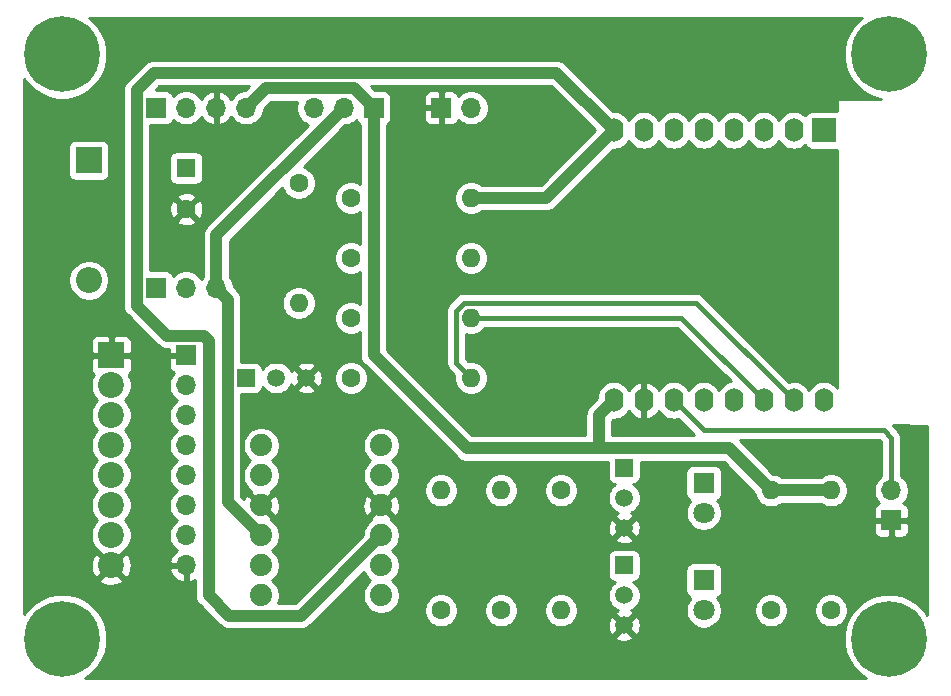
<source format=gbl>
G04 #@! TF.GenerationSoftware,KiCad,Pcbnew,(5.1.9)-1*
G04 #@! TF.CreationDate,2021-05-19T15:47:31+10:00*
G04 #@! TF.ProjectId,publisher,7075626c-6973-4686-9572-2e6b69636164,rev?*
G04 #@! TF.SameCoordinates,Original*
G04 #@! TF.FileFunction,Copper,L2,Bot*
G04 #@! TF.FilePolarity,Positive*
%FSLAX46Y46*%
G04 Gerber Fmt 4.6, Leading zero omitted, Abs format (unit mm)*
G04 Created by KiCad (PCBNEW (5.1.9)-1) date 2021-05-19 15:47:31*
%MOMM*%
%LPD*%
G01*
G04 APERTURE LIST*
G04 #@! TA.AperFunction,ComponentPad*
%ADD10O,1.700000X1.700000*%
G04 #@! TD*
G04 #@! TA.AperFunction,ComponentPad*
%ADD11R,1.700000X1.700000*%
G04 #@! TD*
G04 #@! TA.AperFunction,ComponentPad*
%ADD12O,1.600000X1.600000*%
G04 #@! TD*
G04 #@! TA.AperFunction,ComponentPad*
%ADD13C,1.600000*%
G04 #@! TD*
G04 #@! TA.AperFunction,ComponentPad*
%ADD14O,1.600000X2.000000*%
G04 #@! TD*
G04 #@! TA.AperFunction,ComponentPad*
%ADD15R,2.000000X2.000000*%
G04 #@! TD*
G04 #@! TA.AperFunction,ComponentPad*
%ADD16C,2.200000*%
G04 #@! TD*
G04 #@! TA.AperFunction,ComponentPad*
%ADD17R,2.200000X2.200000*%
G04 #@! TD*
G04 #@! TA.AperFunction,ComponentPad*
%ADD18C,6.400000*%
G04 #@! TD*
G04 #@! TA.AperFunction,ComponentPad*
%ADD19R,1.600000X1.600000*%
G04 #@! TD*
G04 #@! TA.AperFunction,ComponentPad*
%ADD20R,1.500000X1.500000*%
G04 #@! TD*
G04 #@! TA.AperFunction,ComponentPad*
%ADD21C,1.500000*%
G04 #@! TD*
G04 #@! TA.AperFunction,ComponentPad*
%ADD22C,1.800000*%
G04 #@! TD*
G04 #@! TA.AperFunction,ComponentPad*
%ADD23R,1.800000X1.800000*%
G04 #@! TD*
G04 #@! TA.AperFunction,ComponentPad*
%ADD24O,2.200000X2.200000*%
G04 #@! TD*
G04 #@! TA.AperFunction,ComponentPad*
%ADD25C,1.879600*%
G04 #@! TD*
G04 #@! TA.AperFunction,Conductor*
%ADD26C,1.000000*%
G04 #@! TD*
G04 #@! TA.AperFunction,Conductor*
%ADD27C,0.400000*%
G04 #@! TD*
G04 #@! TA.AperFunction,Conductor*
%ADD28C,0.254000*%
G04 #@! TD*
G04 #@! TA.AperFunction,Conductor*
%ADD29C,0.100000*%
G04 #@! TD*
G04 APERTURE END LIST*
D10*
X133985000Y-78105000D03*
X131445000Y-78105000D03*
D11*
X128905000Y-78105000D03*
D12*
X153035000Y-95250000D03*
D13*
X153035000Y-105410000D03*
D14*
X182880000Y-64770000D03*
D15*
X185420000Y-64770000D03*
D14*
X180340000Y-64770000D03*
X177800000Y-64770000D03*
X175260000Y-64770000D03*
X172720000Y-64770000D03*
X170180000Y-64770000D03*
X167640000Y-64770000D03*
X167640000Y-87630000D03*
X170180000Y-87630000D03*
X172720000Y-87630000D03*
X175260000Y-87630000D03*
X177800000Y-87630000D03*
X180340000Y-87630000D03*
X182880000Y-87630000D03*
X185420000Y-87630000D03*
D12*
X155575000Y-75565000D03*
D13*
X145415000Y-75565000D03*
D12*
X155575000Y-85725000D03*
D13*
X145415000Y-85725000D03*
D10*
X131445000Y-101600000D03*
X131445000Y-99060000D03*
X131445000Y-96520000D03*
X131445000Y-93980000D03*
X131445000Y-91440000D03*
X131445000Y-88900000D03*
X131445000Y-86360000D03*
D11*
X131445000Y-83820000D03*
D10*
X155575000Y-62865000D03*
D11*
X153035000Y-62865000D03*
D10*
X191135000Y-95250000D03*
D11*
X191135000Y-97790000D03*
D16*
X125095000Y-101600000D03*
X125095000Y-99060000D03*
X125095000Y-96520000D03*
X125095000Y-93980000D03*
X125095000Y-91440000D03*
X125095000Y-88900000D03*
X125095000Y-86360000D03*
D17*
X125095000Y-83820000D03*
D18*
X190945000Y-58320000D03*
X120945000Y-107820000D03*
X120945000Y-58320000D03*
X190945000Y-107820000D03*
D12*
X140970000Y-79375000D03*
D13*
X140970000Y-69215000D03*
D19*
X131445000Y-67945000D03*
D13*
X131445000Y-71445000D03*
D20*
X168529000Y-93345000D03*
D21*
X168529000Y-98425000D03*
X168529000Y-95885000D03*
D20*
X136525000Y-85725000D03*
D21*
X141605000Y-85725000D03*
X139065000Y-85725000D03*
D20*
X168529000Y-101600000D03*
D21*
X168529000Y-106680000D03*
X168529000Y-104140000D03*
D12*
X180975000Y-95250000D03*
D13*
X180975000Y-105410000D03*
D12*
X158115000Y-95250000D03*
D13*
X158115000Y-105410000D03*
D10*
X142240000Y-62865000D03*
X144780000Y-62865000D03*
D11*
X147320000Y-62865000D03*
D12*
X155575000Y-70485000D03*
D13*
X145415000Y-70485000D03*
D12*
X186055000Y-95250000D03*
D13*
X186055000Y-105410000D03*
D12*
X163195000Y-105410000D03*
D13*
X163195000Y-95250000D03*
D22*
X175260000Y-105410000D03*
D23*
X175260000Y-102870000D03*
D22*
X175260000Y-97155000D03*
D23*
X175260000Y-94615000D03*
D11*
X128905000Y-62865000D03*
D10*
X131445000Y-62865000D03*
X133985000Y-62865000D03*
X136525000Y-62865000D03*
D12*
X155575000Y-80645000D03*
D13*
X145415000Y-80645000D03*
D17*
X123190000Y-67310000D03*
D24*
X123190000Y-77470000D03*
D25*
X147955000Y-96520000D03*
X137795000Y-96520000D03*
X137795000Y-99060000D03*
X137795000Y-104140000D03*
X137795000Y-101600000D03*
X137795000Y-93980000D03*
X137795000Y-91440000D03*
X147955000Y-99060000D03*
X147955000Y-104140000D03*
X147955000Y-101600000D03*
X147955000Y-93980000D03*
X147955000Y-91440000D03*
D26*
X145669999Y-61214999D02*
X147320000Y-62865000D01*
X136525000Y-62865000D02*
X138175001Y-61214999D01*
X138175001Y-61214999D02*
X145669999Y-61214999D01*
X147320000Y-83820000D02*
X147320000Y-62865000D01*
X155194000Y-91694000D02*
X147320000Y-83820000D01*
X166389002Y-91694000D02*
X155194000Y-91694000D01*
X166389002Y-88880998D02*
X167640000Y-87630000D01*
X166389002Y-91694000D02*
X166389002Y-88880998D01*
X177419000Y-91694000D02*
X180975000Y-95250000D01*
X166389002Y-91694000D02*
X177419000Y-91694000D01*
X180975000Y-95250000D02*
X186055000Y-95250000D01*
X162784989Y-59914989D02*
X167640000Y-64770000D01*
X128715009Y-59914989D02*
X162784989Y-59914989D01*
X127254999Y-61374999D02*
X128715009Y-59914989D01*
X161925000Y-70485000D02*
X167640000Y-64770000D01*
X155575000Y-70485000D02*
X161925000Y-70485000D01*
X132935001Y-82169999D02*
X133350000Y-82584998D01*
X129829997Y-82169999D02*
X132935001Y-82169999D01*
X127254999Y-79595001D02*
X129829997Y-82169999D01*
X127254999Y-61374999D02*
X127254999Y-79595001D01*
X133350000Y-82584998D02*
X133350000Y-104140000D01*
X141135199Y-105879801D02*
X147955000Y-99060000D01*
X135089801Y-105879801D02*
X141135199Y-105879801D01*
X133350000Y-104140000D02*
X135089801Y-105879801D01*
D27*
X191135000Y-95250000D02*
X191135000Y-90797010D01*
X191135000Y-90797010D02*
X190500000Y-90162010D01*
X190500000Y-90162010D02*
X175252010Y-90162010D01*
X175252010Y-90162010D02*
X172720000Y-87630000D01*
X174594999Y-79344999D02*
X182880000Y-87630000D01*
X155575000Y-85725000D02*
X154274999Y-84424999D01*
X154274999Y-84424999D02*
X154274999Y-80020999D01*
X154274999Y-80020999D02*
X154950999Y-79344999D01*
X154950999Y-79344999D02*
X174594999Y-79344999D01*
X173355000Y-80645000D02*
X180340000Y-87630000D01*
X155575000Y-80645000D02*
X173355000Y-80645000D01*
D26*
X133985000Y-73660000D02*
X133985000Y-78105000D01*
X144780000Y-62865000D02*
X133985000Y-73660000D01*
X134974999Y-96239999D02*
X137795000Y-99060000D01*
X133985000Y-78105000D02*
X134974999Y-79094999D01*
X134974999Y-79094999D02*
X134974999Y-96239999D01*
D28*
X188500330Y-55341161D02*
X187966161Y-55875330D01*
X187546467Y-56503446D01*
X187257377Y-57201372D01*
X187110000Y-57942285D01*
X187110000Y-58697715D01*
X187257377Y-59438628D01*
X187546467Y-60136554D01*
X187966161Y-60764670D01*
X188500330Y-61298839D01*
X189128446Y-61718533D01*
X189826372Y-62007623D01*
X190305864Y-62103000D01*
X186690000Y-62103000D01*
X186665224Y-62105440D01*
X186641399Y-62112667D01*
X186619443Y-62124403D01*
X186600197Y-62140197D01*
X186584403Y-62159443D01*
X186572667Y-62181399D01*
X186565440Y-62205224D01*
X186563000Y-62230000D01*
X186563000Y-63149805D01*
X186544482Y-63144188D01*
X186420000Y-63131928D01*
X184420000Y-63131928D01*
X184295518Y-63144188D01*
X184175820Y-63180498D01*
X184065506Y-63239463D01*
X183968815Y-63318815D01*
X183889463Y-63415506D01*
X183842441Y-63503476D01*
X183681101Y-63371068D01*
X183431808Y-63237818D01*
X183161309Y-63155764D01*
X182880000Y-63128057D01*
X182598692Y-63155764D01*
X182328193Y-63237818D01*
X182078900Y-63371068D01*
X181860393Y-63550392D01*
X181681068Y-63768899D01*
X181610000Y-63901858D01*
X181538932Y-63768899D01*
X181359608Y-63550392D01*
X181141101Y-63371068D01*
X180891808Y-63237818D01*
X180621309Y-63155764D01*
X180340000Y-63128057D01*
X180058692Y-63155764D01*
X179788193Y-63237818D01*
X179538900Y-63371068D01*
X179320393Y-63550392D01*
X179141068Y-63768899D01*
X179070000Y-63901858D01*
X178998932Y-63768899D01*
X178819608Y-63550392D01*
X178601101Y-63371068D01*
X178351808Y-63237818D01*
X178081309Y-63155764D01*
X177800000Y-63128057D01*
X177518692Y-63155764D01*
X177248193Y-63237818D01*
X176998900Y-63371068D01*
X176780393Y-63550392D01*
X176601068Y-63768899D01*
X176530000Y-63901858D01*
X176458932Y-63768899D01*
X176279608Y-63550392D01*
X176061101Y-63371068D01*
X175811808Y-63237818D01*
X175541309Y-63155764D01*
X175260000Y-63128057D01*
X174978692Y-63155764D01*
X174708193Y-63237818D01*
X174458900Y-63371068D01*
X174240393Y-63550392D01*
X174061068Y-63768899D01*
X173990000Y-63901858D01*
X173918932Y-63768899D01*
X173739608Y-63550392D01*
X173521101Y-63371068D01*
X173271808Y-63237818D01*
X173001309Y-63155764D01*
X172720000Y-63128057D01*
X172438692Y-63155764D01*
X172168193Y-63237818D01*
X171918900Y-63371068D01*
X171700393Y-63550392D01*
X171521068Y-63768899D01*
X171450000Y-63901858D01*
X171378932Y-63768899D01*
X171199608Y-63550392D01*
X170981101Y-63371068D01*
X170731808Y-63237818D01*
X170461309Y-63155764D01*
X170180000Y-63128057D01*
X169898692Y-63155764D01*
X169628193Y-63237818D01*
X169378900Y-63371068D01*
X169160393Y-63550392D01*
X168981068Y-63768899D01*
X168910000Y-63901858D01*
X168838932Y-63768899D01*
X168659608Y-63550392D01*
X168441101Y-63371068D01*
X168191808Y-63237818D01*
X167921309Y-63155764D01*
X167640000Y-63128057D01*
X167606489Y-63131358D01*
X163626985Y-59151854D01*
X163591438Y-59108540D01*
X163418612Y-58966705D01*
X163221436Y-58861313D01*
X163007488Y-58796412D01*
X162840741Y-58779989D01*
X162840740Y-58779989D01*
X162784989Y-58774498D01*
X162729238Y-58779989D01*
X128770760Y-58779989D01*
X128715009Y-58774498D01*
X128659257Y-58779989D01*
X128492510Y-58796412D01*
X128278562Y-58861313D01*
X128081386Y-58966705D01*
X127908560Y-59108540D01*
X127873017Y-59151849D01*
X126491864Y-60533003D01*
X126448550Y-60568550D01*
X126306715Y-60741376D01*
X126241561Y-60863273D01*
X126201323Y-60938553D01*
X126136422Y-61152501D01*
X126114508Y-61374999D01*
X126119999Y-61430750D01*
X126120000Y-79539239D01*
X126114508Y-79595001D01*
X126136422Y-79817499D01*
X126201323Y-80031447D01*
X126248747Y-80120171D01*
X126306716Y-80228624D01*
X126448551Y-80401450D01*
X126491859Y-80436992D01*
X128988006Y-82933140D01*
X129023548Y-82976448D01*
X129196374Y-83118283D01*
X129323772Y-83186378D01*
X129393550Y-83223675D01*
X129607498Y-83288576D01*
X129829996Y-83310490D01*
X129885748Y-83304999D01*
X129958752Y-83304999D01*
X129960000Y-83534250D01*
X130118750Y-83693000D01*
X131318000Y-83693000D01*
X131318000Y-83673000D01*
X131572000Y-83673000D01*
X131572000Y-83693000D01*
X131592000Y-83693000D01*
X131592000Y-83947000D01*
X131572000Y-83947000D01*
X131572000Y-83967000D01*
X131318000Y-83967000D01*
X131318000Y-83947000D01*
X130118750Y-83947000D01*
X129960000Y-84105750D01*
X129956928Y-84670000D01*
X129969188Y-84794482D01*
X130005498Y-84914180D01*
X130064463Y-85024494D01*
X130143815Y-85121185D01*
X130240506Y-85200537D01*
X130350820Y-85259502D01*
X130423380Y-85281513D01*
X130291525Y-85413368D01*
X130129010Y-85656589D01*
X130017068Y-85926842D01*
X129960000Y-86213740D01*
X129960000Y-86506260D01*
X130017068Y-86793158D01*
X130129010Y-87063411D01*
X130291525Y-87306632D01*
X130498368Y-87513475D01*
X130672760Y-87630000D01*
X130498368Y-87746525D01*
X130291525Y-87953368D01*
X130129010Y-88196589D01*
X130017068Y-88466842D01*
X129960000Y-88753740D01*
X129960000Y-89046260D01*
X130017068Y-89333158D01*
X130129010Y-89603411D01*
X130291525Y-89846632D01*
X130498368Y-90053475D01*
X130672760Y-90170000D01*
X130498368Y-90286525D01*
X130291525Y-90493368D01*
X130129010Y-90736589D01*
X130017068Y-91006842D01*
X129960000Y-91293740D01*
X129960000Y-91586260D01*
X130017068Y-91873158D01*
X130129010Y-92143411D01*
X130291525Y-92386632D01*
X130498368Y-92593475D01*
X130672760Y-92710000D01*
X130498368Y-92826525D01*
X130291525Y-93033368D01*
X130129010Y-93276589D01*
X130017068Y-93546842D01*
X129960000Y-93833740D01*
X129960000Y-94126260D01*
X130017068Y-94413158D01*
X130129010Y-94683411D01*
X130291525Y-94926632D01*
X130498368Y-95133475D01*
X130672760Y-95250000D01*
X130498368Y-95366525D01*
X130291525Y-95573368D01*
X130129010Y-95816589D01*
X130017068Y-96086842D01*
X129960000Y-96373740D01*
X129960000Y-96666260D01*
X130017068Y-96953158D01*
X130129010Y-97223411D01*
X130291525Y-97466632D01*
X130498368Y-97673475D01*
X130672760Y-97790000D01*
X130498368Y-97906525D01*
X130291525Y-98113368D01*
X130129010Y-98356589D01*
X130017068Y-98626842D01*
X129960000Y-98913740D01*
X129960000Y-99206260D01*
X130017068Y-99493158D01*
X130129010Y-99763411D01*
X130291525Y-100006632D01*
X130498368Y-100213475D01*
X130680534Y-100335195D01*
X130563645Y-100404822D01*
X130347412Y-100599731D01*
X130173359Y-100833080D01*
X130048175Y-101095901D01*
X130003524Y-101243110D01*
X130124845Y-101473000D01*
X131318000Y-101473000D01*
X131318000Y-101453000D01*
X131572000Y-101453000D01*
X131572000Y-101473000D01*
X131592000Y-101473000D01*
X131592000Y-101727000D01*
X131572000Y-101727000D01*
X131572000Y-102920814D01*
X131801891Y-103041481D01*
X132076252Y-102944157D01*
X132215001Y-102861508D01*
X132215001Y-104084238D01*
X132209509Y-104140000D01*
X132231423Y-104362498D01*
X132296324Y-104576446D01*
X132296325Y-104576447D01*
X132401717Y-104773623D01*
X132543552Y-104946449D01*
X132586860Y-104981991D01*
X134247810Y-106642941D01*
X134283352Y-106686250D01*
X134456178Y-106828085D01*
X134653354Y-106933477D01*
X134817506Y-106983272D01*
X134867301Y-106998378D01*
X134888294Y-107000445D01*
X135034049Y-107014801D01*
X135034056Y-107014801D01*
X135089800Y-107020291D01*
X135145544Y-107014801D01*
X141079448Y-107014801D01*
X141135199Y-107020292D01*
X141190950Y-107014801D01*
X141190951Y-107014801D01*
X141357698Y-106998378D01*
X141571646Y-106933477D01*
X141768822Y-106828085D01*
X141941648Y-106686250D01*
X141977195Y-106642936D01*
X146475883Y-102144248D01*
X146559430Y-102345948D01*
X146731773Y-102603877D01*
X146951123Y-102823227D01*
X147021124Y-102870000D01*
X146951123Y-102916773D01*
X146731773Y-103136123D01*
X146559430Y-103394052D01*
X146440718Y-103680648D01*
X146380200Y-103984896D01*
X146380200Y-104295104D01*
X146440718Y-104599352D01*
X146559430Y-104885948D01*
X146731773Y-105143877D01*
X146951123Y-105363227D01*
X147209052Y-105535570D01*
X147495648Y-105654282D01*
X147799896Y-105714800D01*
X148110104Y-105714800D01*
X148414352Y-105654282D01*
X148700948Y-105535570D01*
X148958877Y-105363227D01*
X149053439Y-105268665D01*
X151600000Y-105268665D01*
X151600000Y-105551335D01*
X151655147Y-105828574D01*
X151763320Y-106089727D01*
X151920363Y-106324759D01*
X152120241Y-106524637D01*
X152355273Y-106681680D01*
X152616426Y-106789853D01*
X152893665Y-106845000D01*
X153176335Y-106845000D01*
X153453574Y-106789853D01*
X153714727Y-106681680D01*
X153949759Y-106524637D01*
X154149637Y-106324759D01*
X154306680Y-106089727D01*
X154414853Y-105828574D01*
X154470000Y-105551335D01*
X154470000Y-105268665D01*
X156680000Y-105268665D01*
X156680000Y-105551335D01*
X156735147Y-105828574D01*
X156843320Y-106089727D01*
X157000363Y-106324759D01*
X157200241Y-106524637D01*
X157435273Y-106681680D01*
X157696426Y-106789853D01*
X157973665Y-106845000D01*
X158256335Y-106845000D01*
X158533574Y-106789853D01*
X158794727Y-106681680D01*
X159029759Y-106524637D01*
X159229637Y-106324759D01*
X159386680Y-106089727D01*
X159494853Y-105828574D01*
X159550000Y-105551335D01*
X159550000Y-105268665D01*
X161760000Y-105268665D01*
X161760000Y-105551335D01*
X161815147Y-105828574D01*
X161923320Y-106089727D01*
X162080363Y-106324759D01*
X162280241Y-106524637D01*
X162515273Y-106681680D01*
X162776426Y-106789853D01*
X163053665Y-106845000D01*
X163336335Y-106845000D01*
X163613574Y-106789853D01*
X163703771Y-106752492D01*
X167139188Y-106752492D01*
X167180035Y-107022238D01*
X167272723Y-107278832D01*
X167333140Y-107391863D01*
X167572007Y-107457388D01*
X168349395Y-106680000D01*
X168708605Y-106680000D01*
X169485993Y-107457388D01*
X169724860Y-107391863D01*
X169840760Y-107144884D01*
X169906250Y-106880040D01*
X169918812Y-106607508D01*
X169877965Y-106337762D01*
X169785277Y-106081168D01*
X169724860Y-105968137D01*
X169485993Y-105902612D01*
X168708605Y-106680000D01*
X168349395Y-106680000D01*
X167572007Y-105902612D01*
X167333140Y-105968137D01*
X167217240Y-106215116D01*
X167151750Y-106479960D01*
X167139188Y-106752492D01*
X163703771Y-106752492D01*
X163874727Y-106681680D01*
X164109759Y-106524637D01*
X164309637Y-106324759D01*
X164466680Y-106089727D01*
X164574853Y-105828574D01*
X164630000Y-105551335D01*
X164630000Y-105268665D01*
X164574853Y-104991426D01*
X164466680Y-104730273D01*
X164309637Y-104495241D01*
X164109759Y-104295363D01*
X163874727Y-104138320D01*
X163613574Y-104030147D01*
X163336335Y-103975000D01*
X163053665Y-103975000D01*
X162776426Y-104030147D01*
X162515273Y-104138320D01*
X162280241Y-104295363D01*
X162080363Y-104495241D01*
X161923320Y-104730273D01*
X161815147Y-104991426D01*
X161760000Y-105268665D01*
X159550000Y-105268665D01*
X159494853Y-104991426D01*
X159386680Y-104730273D01*
X159229637Y-104495241D01*
X159029759Y-104295363D01*
X158794727Y-104138320D01*
X158533574Y-104030147D01*
X158256335Y-103975000D01*
X157973665Y-103975000D01*
X157696426Y-104030147D01*
X157435273Y-104138320D01*
X157200241Y-104295363D01*
X157000363Y-104495241D01*
X156843320Y-104730273D01*
X156735147Y-104991426D01*
X156680000Y-105268665D01*
X154470000Y-105268665D01*
X154414853Y-104991426D01*
X154306680Y-104730273D01*
X154149637Y-104495241D01*
X153949759Y-104295363D01*
X153714727Y-104138320D01*
X153453574Y-104030147D01*
X153176335Y-103975000D01*
X152893665Y-103975000D01*
X152616426Y-104030147D01*
X152355273Y-104138320D01*
X152120241Y-104295363D01*
X151920363Y-104495241D01*
X151763320Y-104730273D01*
X151655147Y-104991426D01*
X151600000Y-105268665D01*
X149053439Y-105268665D01*
X149178227Y-105143877D01*
X149350570Y-104885948D01*
X149469282Y-104599352D01*
X149529800Y-104295104D01*
X149529800Y-103984896D01*
X149469282Y-103680648D01*
X149350570Y-103394052D01*
X149178227Y-103136123D01*
X148958877Y-102916773D01*
X148888876Y-102870000D01*
X148958877Y-102823227D01*
X149178227Y-102603877D01*
X149350570Y-102345948D01*
X149469282Y-102059352D01*
X149529800Y-101755104D01*
X149529800Y-101444896D01*
X149469282Y-101140648D01*
X149350570Y-100854052D01*
X149347863Y-100850000D01*
X167140928Y-100850000D01*
X167140928Y-102350000D01*
X167153188Y-102474482D01*
X167189498Y-102594180D01*
X167248463Y-102704494D01*
X167327815Y-102801185D01*
X167424506Y-102880537D01*
X167534820Y-102939502D01*
X167654518Y-102975812D01*
X167762483Y-102986445D01*
X167646114Y-103064201D01*
X167453201Y-103257114D01*
X167301629Y-103483957D01*
X167197225Y-103736011D01*
X167144000Y-104003589D01*
X167144000Y-104276411D01*
X167197225Y-104543989D01*
X167301629Y-104796043D01*
X167453201Y-105022886D01*
X167646114Y-105215799D01*
X167872957Y-105367371D01*
X167972279Y-105408511D01*
X167930168Y-105423723D01*
X167817137Y-105484140D01*
X167751612Y-105723007D01*
X168529000Y-106500395D01*
X169306388Y-105723007D01*
X169240863Y-105484140D01*
X169082523Y-105409836D01*
X169185043Y-105367371D01*
X169411886Y-105215799D01*
X169604799Y-105022886D01*
X169756371Y-104796043D01*
X169860775Y-104543989D01*
X169914000Y-104276411D01*
X169914000Y-104003589D01*
X169860775Y-103736011D01*
X169756371Y-103483957D01*
X169604799Y-103257114D01*
X169411886Y-103064201D01*
X169295517Y-102986445D01*
X169403482Y-102975812D01*
X169523180Y-102939502D01*
X169633494Y-102880537D01*
X169730185Y-102801185D01*
X169809537Y-102704494D01*
X169868502Y-102594180D01*
X169904812Y-102474482D01*
X169917072Y-102350000D01*
X169917072Y-101970000D01*
X173721928Y-101970000D01*
X173721928Y-103770000D01*
X173734188Y-103894482D01*
X173770498Y-104014180D01*
X173829463Y-104124494D01*
X173908815Y-104221185D01*
X174005506Y-104300537D01*
X174115820Y-104359502D01*
X174134127Y-104365056D01*
X174067688Y-104431495D01*
X173899701Y-104682905D01*
X173783989Y-104962257D01*
X173725000Y-105258816D01*
X173725000Y-105561184D01*
X173783989Y-105857743D01*
X173899701Y-106137095D01*
X174067688Y-106388505D01*
X174281495Y-106602312D01*
X174532905Y-106770299D01*
X174812257Y-106886011D01*
X175108816Y-106945000D01*
X175411184Y-106945000D01*
X175707743Y-106886011D01*
X175987095Y-106770299D01*
X176238505Y-106602312D01*
X176452312Y-106388505D01*
X176620299Y-106137095D01*
X176736011Y-105857743D01*
X176795000Y-105561184D01*
X176795000Y-105268665D01*
X179540000Y-105268665D01*
X179540000Y-105551335D01*
X179595147Y-105828574D01*
X179703320Y-106089727D01*
X179860363Y-106324759D01*
X180060241Y-106524637D01*
X180295273Y-106681680D01*
X180556426Y-106789853D01*
X180833665Y-106845000D01*
X181116335Y-106845000D01*
X181393574Y-106789853D01*
X181654727Y-106681680D01*
X181889759Y-106524637D01*
X182089637Y-106324759D01*
X182246680Y-106089727D01*
X182354853Y-105828574D01*
X182410000Y-105551335D01*
X182410000Y-105268665D01*
X184620000Y-105268665D01*
X184620000Y-105551335D01*
X184675147Y-105828574D01*
X184783320Y-106089727D01*
X184940363Y-106324759D01*
X185140241Y-106524637D01*
X185375273Y-106681680D01*
X185636426Y-106789853D01*
X185913665Y-106845000D01*
X186196335Y-106845000D01*
X186473574Y-106789853D01*
X186734727Y-106681680D01*
X186969759Y-106524637D01*
X187169637Y-106324759D01*
X187326680Y-106089727D01*
X187434853Y-105828574D01*
X187490000Y-105551335D01*
X187490000Y-105268665D01*
X187434853Y-104991426D01*
X187326680Y-104730273D01*
X187169637Y-104495241D01*
X186969759Y-104295363D01*
X186734727Y-104138320D01*
X186473574Y-104030147D01*
X186196335Y-103975000D01*
X185913665Y-103975000D01*
X185636426Y-104030147D01*
X185375273Y-104138320D01*
X185140241Y-104295363D01*
X184940363Y-104495241D01*
X184783320Y-104730273D01*
X184675147Y-104991426D01*
X184620000Y-105268665D01*
X182410000Y-105268665D01*
X182354853Y-104991426D01*
X182246680Y-104730273D01*
X182089637Y-104495241D01*
X181889759Y-104295363D01*
X181654727Y-104138320D01*
X181393574Y-104030147D01*
X181116335Y-103975000D01*
X180833665Y-103975000D01*
X180556426Y-104030147D01*
X180295273Y-104138320D01*
X180060241Y-104295363D01*
X179860363Y-104495241D01*
X179703320Y-104730273D01*
X179595147Y-104991426D01*
X179540000Y-105268665D01*
X176795000Y-105268665D01*
X176795000Y-105258816D01*
X176736011Y-104962257D01*
X176620299Y-104682905D01*
X176452312Y-104431495D01*
X176385873Y-104365056D01*
X176404180Y-104359502D01*
X176514494Y-104300537D01*
X176611185Y-104221185D01*
X176690537Y-104124494D01*
X176749502Y-104014180D01*
X176785812Y-103894482D01*
X176798072Y-103770000D01*
X176798072Y-101970000D01*
X176785812Y-101845518D01*
X176749502Y-101725820D01*
X176690537Y-101615506D01*
X176611185Y-101518815D01*
X176514494Y-101439463D01*
X176404180Y-101380498D01*
X176284482Y-101344188D01*
X176160000Y-101331928D01*
X174360000Y-101331928D01*
X174235518Y-101344188D01*
X174115820Y-101380498D01*
X174005506Y-101439463D01*
X173908815Y-101518815D01*
X173829463Y-101615506D01*
X173770498Y-101725820D01*
X173734188Y-101845518D01*
X173721928Y-101970000D01*
X169917072Y-101970000D01*
X169917072Y-100850000D01*
X169904812Y-100725518D01*
X169868502Y-100605820D01*
X169809537Y-100495506D01*
X169730185Y-100398815D01*
X169633494Y-100319463D01*
X169523180Y-100260498D01*
X169403482Y-100224188D01*
X169279000Y-100211928D01*
X167779000Y-100211928D01*
X167654518Y-100224188D01*
X167534820Y-100260498D01*
X167424506Y-100319463D01*
X167327815Y-100398815D01*
X167248463Y-100495506D01*
X167189498Y-100605820D01*
X167153188Y-100725518D01*
X167140928Y-100850000D01*
X149347863Y-100850000D01*
X149178227Y-100596123D01*
X148958877Y-100376773D01*
X148888876Y-100330000D01*
X148958877Y-100283227D01*
X149178227Y-100063877D01*
X149350570Y-99805948D01*
X149469282Y-99519352D01*
X149496604Y-99381993D01*
X167751612Y-99381993D01*
X167817137Y-99620860D01*
X168064116Y-99736760D01*
X168328960Y-99802250D01*
X168601492Y-99814812D01*
X168871238Y-99773965D01*
X169127832Y-99681277D01*
X169240863Y-99620860D01*
X169306388Y-99381993D01*
X168529000Y-98604605D01*
X167751612Y-99381993D01*
X149496604Y-99381993D01*
X149529800Y-99215104D01*
X149529800Y-98904896D01*
X149469282Y-98600648D01*
X149426554Y-98497492D01*
X167139188Y-98497492D01*
X167180035Y-98767238D01*
X167272723Y-99023832D01*
X167333140Y-99136863D01*
X167572007Y-99202388D01*
X168349395Y-98425000D01*
X168708605Y-98425000D01*
X169485993Y-99202388D01*
X169724860Y-99136863D01*
X169840760Y-98889884D01*
X169906250Y-98625040D01*
X169918812Y-98352508D01*
X169877965Y-98082762D01*
X169785277Y-97826168D01*
X169724860Y-97713137D01*
X169485993Y-97647612D01*
X168708605Y-98425000D01*
X168349395Y-98425000D01*
X167572007Y-97647612D01*
X167333140Y-97713137D01*
X167217240Y-97960116D01*
X167151750Y-98224960D01*
X167139188Y-98497492D01*
X149426554Y-98497492D01*
X149350570Y-98314052D01*
X149178227Y-98056123D01*
X148958877Y-97836773D01*
X148822286Y-97745505D01*
X148867871Y-97612476D01*
X147955000Y-96699605D01*
X147042129Y-97612476D01*
X147087714Y-97745505D01*
X146951123Y-97836773D01*
X146731773Y-98056123D01*
X146559430Y-98314052D01*
X146440718Y-98600648D01*
X146380200Y-98904896D01*
X146380200Y-99029668D01*
X140665068Y-104744801D01*
X139249035Y-104744801D01*
X139309282Y-104599352D01*
X139369800Y-104295104D01*
X139369800Y-103984896D01*
X139309282Y-103680648D01*
X139190570Y-103394052D01*
X139018227Y-103136123D01*
X138798877Y-102916773D01*
X138728876Y-102870000D01*
X138798877Y-102823227D01*
X139018227Y-102603877D01*
X139190570Y-102345948D01*
X139309282Y-102059352D01*
X139369800Y-101755104D01*
X139369800Y-101444896D01*
X139309282Y-101140648D01*
X139190570Y-100854052D01*
X139018227Y-100596123D01*
X138798877Y-100376773D01*
X138728876Y-100330000D01*
X138798877Y-100283227D01*
X139018227Y-100063877D01*
X139190570Y-99805948D01*
X139309282Y-99519352D01*
X139369800Y-99215104D01*
X139369800Y-98904896D01*
X139309282Y-98600648D01*
X139190570Y-98314052D01*
X139018227Y-98056123D01*
X138798877Y-97836773D01*
X138662286Y-97745505D01*
X138707871Y-97612476D01*
X137795000Y-96699605D01*
X137780858Y-96713748D01*
X137601253Y-96534143D01*
X137615395Y-96520000D01*
X137974605Y-96520000D01*
X138887476Y-97432871D01*
X139145723Y-97344377D01*
X139280597Y-97065024D01*
X139358381Y-96764725D01*
X139368655Y-96584977D01*
X146373916Y-96584977D01*
X146416973Y-96892184D01*
X146519135Y-97185086D01*
X146604277Y-97344377D01*
X146862524Y-97432871D01*
X147775395Y-96520000D01*
X148134605Y-96520000D01*
X149047476Y-97432871D01*
X149305723Y-97344377D01*
X149440597Y-97065024D01*
X149518381Y-96764725D01*
X149536084Y-96455023D01*
X149493027Y-96147816D01*
X149390865Y-95854914D01*
X149305723Y-95695623D01*
X149047476Y-95607129D01*
X148134605Y-96520000D01*
X147775395Y-96520000D01*
X146862524Y-95607129D01*
X146604277Y-95695623D01*
X146469403Y-95974976D01*
X146391619Y-96275275D01*
X146373916Y-96584977D01*
X139368655Y-96584977D01*
X139376084Y-96455023D01*
X139333027Y-96147816D01*
X139230865Y-95854914D01*
X139145723Y-95695623D01*
X138887476Y-95607129D01*
X137974605Y-96520000D01*
X137615395Y-96520000D01*
X136702524Y-95607129D01*
X136444277Y-95695623D01*
X136311260Y-95971129D01*
X136109999Y-95769868D01*
X136109999Y-91284896D01*
X136220200Y-91284896D01*
X136220200Y-91595104D01*
X136280718Y-91899352D01*
X136399430Y-92185948D01*
X136571773Y-92443877D01*
X136791123Y-92663227D01*
X136861124Y-92710000D01*
X136791123Y-92756773D01*
X136571773Y-92976123D01*
X136399430Y-93234052D01*
X136280718Y-93520648D01*
X136220200Y-93824896D01*
X136220200Y-94135104D01*
X136280718Y-94439352D01*
X136399430Y-94725948D01*
X136571773Y-94983877D01*
X136791123Y-95203227D01*
X136927714Y-95294495D01*
X136882129Y-95427524D01*
X137795000Y-96340395D01*
X138707871Y-95427524D01*
X138662286Y-95294495D01*
X138798877Y-95203227D01*
X139018227Y-94983877D01*
X139190570Y-94725948D01*
X139309282Y-94439352D01*
X139369800Y-94135104D01*
X139369800Y-93824896D01*
X139309282Y-93520648D01*
X139190570Y-93234052D01*
X139018227Y-92976123D01*
X138798877Y-92756773D01*
X138728876Y-92710000D01*
X138798877Y-92663227D01*
X139018227Y-92443877D01*
X139190570Y-92185948D01*
X139309282Y-91899352D01*
X139369800Y-91595104D01*
X139369800Y-91284896D01*
X146380200Y-91284896D01*
X146380200Y-91595104D01*
X146440718Y-91899352D01*
X146559430Y-92185948D01*
X146731773Y-92443877D01*
X146951123Y-92663227D01*
X147021124Y-92710000D01*
X146951123Y-92756773D01*
X146731773Y-92976123D01*
X146559430Y-93234052D01*
X146440718Y-93520648D01*
X146380200Y-93824896D01*
X146380200Y-94135104D01*
X146440718Y-94439352D01*
X146559430Y-94725948D01*
X146731773Y-94983877D01*
X146951123Y-95203227D01*
X147087714Y-95294495D01*
X147042129Y-95427524D01*
X147955000Y-96340395D01*
X148867871Y-95427524D01*
X148822286Y-95294495D01*
X148958877Y-95203227D01*
X149053439Y-95108665D01*
X151600000Y-95108665D01*
X151600000Y-95391335D01*
X151655147Y-95668574D01*
X151763320Y-95929727D01*
X151920363Y-96164759D01*
X152120241Y-96364637D01*
X152355273Y-96521680D01*
X152616426Y-96629853D01*
X152893665Y-96685000D01*
X153176335Y-96685000D01*
X153453574Y-96629853D01*
X153714727Y-96521680D01*
X153949759Y-96364637D01*
X154149637Y-96164759D01*
X154306680Y-95929727D01*
X154414853Y-95668574D01*
X154470000Y-95391335D01*
X154470000Y-95108665D01*
X156680000Y-95108665D01*
X156680000Y-95391335D01*
X156735147Y-95668574D01*
X156843320Y-95929727D01*
X157000363Y-96164759D01*
X157200241Y-96364637D01*
X157435273Y-96521680D01*
X157696426Y-96629853D01*
X157973665Y-96685000D01*
X158256335Y-96685000D01*
X158533574Y-96629853D01*
X158794727Y-96521680D01*
X159029759Y-96364637D01*
X159229637Y-96164759D01*
X159386680Y-95929727D01*
X159494853Y-95668574D01*
X159550000Y-95391335D01*
X159550000Y-95108665D01*
X161760000Y-95108665D01*
X161760000Y-95391335D01*
X161815147Y-95668574D01*
X161923320Y-95929727D01*
X162080363Y-96164759D01*
X162280241Y-96364637D01*
X162515273Y-96521680D01*
X162776426Y-96629853D01*
X163053665Y-96685000D01*
X163336335Y-96685000D01*
X163613574Y-96629853D01*
X163874727Y-96521680D01*
X164109759Y-96364637D01*
X164309637Y-96164759D01*
X164466680Y-95929727D01*
X164574853Y-95668574D01*
X164630000Y-95391335D01*
X164630000Y-95108665D01*
X164574853Y-94831426D01*
X164466680Y-94570273D01*
X164309637Y-94335241D01*
X164109759Y-94135363D01*
X163874727Y-93978320D01*
X163613574Y-93870147D01*
X163336335Y-93815000D01*
X163053665Y-93815000D01*
X162776426Y-93870147D01*
X162515273Y-93978320D01*
X162280241Y-94135363D01*
X162080363Y-94335241D01*
X161923320Y-94570273D01*
X161815147Y-94831426D01*
X161760000Y-95108665D01*
X159550000Y-95108665D01*
X159494853Y-94831426D01*
X159386680Y-94570273D01*
X159229637Y-94335241D01*
X159029759Y-94135363D01*
X158794727Y-93978320D01*
X158533574Y-93870147D01*
X158256335Y-93815000D01*
X157973665Y-93815000D01*
X157696426Y-93870147D01*
X157435273Y-93978320D01*
X157200241Y-94135363D01*
X157000363Y-94335241D01*
X156843320Y-94570273D01*
X156735147Y-94831426D01*
X156680000Y-95108665D01*
X154470000Y-95108665D01*
X154414853Y-94831426D01*
X154306680Y-94570273D01*
X154149637Y-94335241D01*
X153949759Y-94135363D01*
X153714727Y-93978320D01*
X153453574Y-93870147D01*
X153176335Y-93815000D01*
X152893665Y-93815000D01*
X152616426Y-93870147D01*
X152355273Y-93978320D01*
X152120241Y-94135363D01*
X151920363Y-94335241D01*
X151763320Y-94570273D01*
X151655147Y-94831426D01*
X151600000Y-95108665D01*
X149053439Y-95108665D01*
X149178227Y-94983877D01*
X149350570Y-94725948D01*
X149469282Y-94439352D01*
X149529800Y-94135104D01*
X149529800Y-93824896D01*
X149469282Y-93520648D01*
X149350570Y-93234052D01*
X149178227Y-92976123D01*
X148958877Y-92756773D01*
X148888876Y-92710000D01*
X148958877Y-92663227D01*
X149178227Y-92443877D01*
X149350570Y-92185948D01*
X149469282Y-91899352D01*
X149529800Y-91595104D01*
X149529800Y-91284896D01*
X149469282Y-90980648D01*
X149350570Y-90694052D01*
X149178227Y-90436123D01*
X148958877Y-90216773D01*
X148700948Y-90044430D01*
X148414352Y-89925718D01*
X148110104Y-89865200D01*
X147799896Y-89865200D01*
X147495648Y-89925718D01*
X147209052Y-90044430D01*
X146951123Y-90216773D01*
X146731773Y-90436123D01*
X146559430Y-90694052D01*
X146440718Y-90980648D01*
X146380200Y-91284896D01*
X139369800Y-91284896D01*
X139309282Y-90980648D01*
X139190570Y-90694052D01*
X139018227Y-90436123D01*
X138798877Y-90216773D01*
X138540948Y-90044430D01*
X138254352Y-89925718D01*
X137950104Y-89865200D01*
X137639896Y-89865200D01*
X137335648Y-89925718D01*
X137049052Y-90044430D01*
X136791123Y-90216773D01*
X136571773Y-90436123D01*
X136399430Y-90694052D01*
X136280718Y-90980648D01*
X136220200Y-91284896D01*
X136109999Y-91284896D01*
X136109999Y-87113072D01*
X137275000Y-87113072D01*
X137399482Y-87100812D01*
X137519180Y-87064502D01*
X137629494Y-87005537D01*
X137726185Y-86926185D01*
X137805537Y-86829494D01*
X137864502Y-86719180D01*
X137900812Y-86599482D01*
X137911445Y-86491517D01*
X137989201Y-86607886D01*
X138182114Y-86800799D01*
X138408957Y-86952371D01*
X138661011Y-87056775D01*
X138928589Y-87110000D01*
X139201411Y-87110000D01*
X139468989Y-87056775D01*
X139721043Y-86952371D01*
X139947886Y-86800799D01*
X140066692Y-86681993D01*
X140827612Y-86681993D01*
X140893137Y-86920860D01*
X141140116Y-87036760D01*
X141404960Y-87102250D01*
X141677492Y-87114812D01*
X141947238Y-87073965D01*
X142203832Y-86981277D01*
X142316863Y-86920860D01*
X142382388Y-86681993D01*
X141605000Y-85904605D01*
X140827612Y-86681993D01*
X140066692Y-86681993D01*
X140140799Y-86607886D01*
X140292371Y-86381043D01*
X140333511Y-86281721D01*
X140348723Y-86323832D01*
X140409140Y-86436863D01*
X140648007Y-86502388D01*
X141425395Y-85725000D01*
X141784605Y-85725000D01*
X142561993Y-86502388D01*
X142800860Y-86436863D01*
X142916760Y-86189884D01*
X142982250Y-85925040D01*
X142994812Y-85652508D01*
X142984388Y-85583665D01*
X143980000Y-85583665D01*
X143980000Y-85866335D01*
X144035147Y-86143574D01*
X144143320Y-86404727D01*
X144300363Y-86639759D01*
X144500241Y-86839637D01*
X144735273Y-86996680D01*
X144996426Y-87104853D01*
X145273665Y-87160000D01*
X145556335Y-87160000D01*
X145833574Y-87104853D01*
X146094727Y-86996680D01*
X146329759Y-86839637D01*
X146529637Y-86639759D01*
X146686680Y-86404727D01*
X146794853Y-86143574D01*
X146850000Y-85866335D01*
X146850000Y-85583665D01*
X146794853Y-85306426D01*
X146686680Y-85045273D01*
X146529637Y-84810241D01*
X146329759Y-84610363D01*
X146094727Y-84453320D01*
X145833574Y-84345147D01*
X145556335Y-84290000D01*
X145273665Y-84290000D01*
X144996426Y-84345147D01*
X144735273Y-84453320D01*
X144500241Y-84610363D01*
X144300363Y-84810241D01*
X144143320Y-85045273D01*
X144035147Y-85306426D01*
X143980000Y-85583665D01*
X142984388Y-85583665D01*
X142953965Y-85382762D01*
X142861277Y-85126168D01*
X142800860Y-85013137D01*
X142561993Y-84947612D01*
X141784605Y-85725000D01*
X141425395Y-85725000D01*
X140648007Y-84947612D01*
X140409140Y-85013137D01*
X140334836Y-85171477D01*
X140292371Y-85068957D01*
X140140799Y-84842114D01*
X140066692Y-84768007D01*
X140827612Y-84768007D01*
X141605000Y-85545395D01*
X142382388Y-84768007D01*
X142316863Y-84529140D01*
X142069884Y-84413240D01*
X141805040Y-84347750D01*
X141532508Y-84335188D01*
X141262762Y-84376035D01*
X141006168Y-84468723D01*
X140893137Y-84529140D01*
X140827612Y-84768007D01*
X140066692Y-84768007D01*
X139947886Y-84649201D01*
X139721043Y-84497629D01*
X139468989Y-84393225D01*
X139201411Y-84340000D01*
X138928589Y-84340000D01*
X138661011Y-84393225D01*
X138408957Y-84497629D01*
X138182114Y-84649201D01*
X137989201Y-84842114D01*
X137911445Y-84958483D01*
X137900812Y-84850518D01*
X137864502Y-84730820D01*
X137805537Y-84620506D01*
X137726185Y-84523815D01*
X137629494Y-84444463D01*
X137519180Y-84385498D01*
X137399482Y-84349188D01*
X137275000Y-84336928D01*
X136109999Y-84336928D01*
X136109999Y-79233665D01*
X139535000Y-79233665D01*
X139535000Y-79516335D01*
X139590147Y-79793574D01*
X139698320Y-80054727D01*
X139855363Y-80289759D01*
X140055241Y-80489637D01*
X140290273Y-80646680D01*
X140551426Y-80754853D01*
X140828665Y-80810000D01*
X141111335Y-80810000D01*
X141388574Y-80754853D01*
X141649727Y-80646680D01*
X141884759Y-80489637D01*
X142084637Y-80289759D01*
X142241680Y-80054727D01*
X142349853Y-79793574D01*
X142405000Y-79516335D01*
X142405000Y-79233665D01*
X142349853Y-78956426D01*
X142241680Y-78695273D01*
X142084637Y-78460241D01*
X141884759Y-78260363D01*
X141649727Y-78103320D01*
X141388574Y-77995147D01*
X141111335Y-77940000D01*
X140828665Y-77940000D01*
X140551426Y-77995147D01*
X140290273Y-78103320D01*
X140055241Y-78260363D01*
X139855363Y-78460241D01*
X139698320Y-78695273D01*
X139590147Y-78956426D01*
X139535000Y-79233665D01*
X136109999Y-79233665D01*
X136109999Y-79150750D01*
X136115490Y-79094998D01*
X136093576Y-78872500D01*
X136028675Y-78658552D01*
X135981251Y-78569828D01*
X135923283Y-78461376D01*
X135781448Y-78288550D01*
X135738139Y-78253007D01*
X135470000Y-77984868D01*
X135470000Y-77958740D01*
X135412932Y-77671842D01*
X135300990Y-77401589D01*
X135138475Y-77158368D01*
X135120000Y-77139893D01*
X135120000Y-74130131D01*
X139597882Y-69652249D01*
X139698320Y-69894727D01*
X139855363Y-70129759D01*
X140055241Y-70329637D01*
X140290273Y-70486680D01*
X140551426Y-70594853D01*
X140828665Y-70650000D01*
X141111335Y-70650000D01*
X141388574Y-70594853D01*
X141649727Y-70486680D01*
X141884759Y-70329637D01*
X142084637Y-70129759D01*
X142241680Y-69894727D01*
X142349853Y-69633574D01*
X142405000Y-69356335D01*
X142405000Y-69073665D01*
X142349853Y-68796426D01*
X142241680Y-68535273D01*
X142084637Y-68300241D01*
X141884759Y-68100363D01*
X141649727Y-67943320D01*
X141407249Y-67842882D01*
X144900132Y-64350000D01*
X144926260Y-64350000D01*
X145213158Y-64292932D01*
X145483411Y-64180990D01*
X145726632Y-64018475D01*
X145858487Y-63886620D01*
X145880498Y-63959180D01*
X145939463Y-64069494D01*
X146018815Y-64166185D01*
X146115506Y-64245537D01*
X146185001Y-64282683D01*
X146185001Y-69273639D01*
X146094727Y-69213320D01*
X145833574Y-69105147D01*
X145556335Y-69050000D01*
X145273665Y-69050000D01*
X144996426Y-69105147D01*
X144735273Y-69213320D01*
X144500241Y-69370363D01*
X144300363Y-69570241D01*
X144143320Y-69805273D01*
X144035147Y-70066426D01*
X143980000Y-70343665D01*
X143980000Y-70626335D01*
X144035147Y-70903574D01*
X144143320Y-71164727D01*
X144300363Y-71399759D01*
X144500241Y-71599637D01*
X144735273Y-71756680D01*
X144996426Y-71864853D01*
X145273665Y-71920000D01*
X145556335Y-71920000D01*
X145833574Y-71864853D01*
X146094727Y-71756680D01*
X146185001Y-71696361D01*
X146185000Y-74353639D01*
X146094727Y-74293320D01*
X145833574Y-74185147D01*
X145556335Y-74130000D01*
X145273665Y-74130000D01*
X144996426Y-74185147D01*
X144735273Y-74293320D01*
X144500241Y-74450363D01*
X144300363Y-74650241D01*
X144143320Y-74885273D01*
X144035147Y-75146426D01*
X143980000Y-75423665D01*
X143980000Y-75706335D01*
X144035147Y-75983574D01*
X144143320Y-76244727D01*
X144300363Y-76479759D01*
X144500241Y-76679637D01*
X144735273Y-76836680D01*
X144996426Y-76944853D01*
X145273665Y-77000000D01*
X145556335Y-77000000D01*
X145833574Y-76944853D01*
X146094727Y-76836680D01*
X146185000Y-76776361D01*
X146185000Y-79433638D01*
X146094727Y-79373320D01*
X145833574Y-79265147D01*
X145556335Y-79210000D01*
X145273665Y-79210000D01*
X144996426Y-79265147D01*
X144735273Y-79373320D01*
X144500241Y-79530363D01*
X144300363Y-79730241D01*
X144143320Y-79965273D01*
X144035147Y-80226426D01*
X143980000Y-80503665D01*
X143980000Y-80786335D01*
X144035147Y-81063574D01*
X144143320Y-81324727D01*
X144300363Y-81559759D01*
X144500241Y-81759637D01*
X144735273Y-81916680D01*
X144996426Y-82024853D01*
X145273665Y-82080000D01*
X145556335Y-82080000D01*
X145833574Y-82024853D01*
X146094727Y-81916680D01*
X146185000Y-81856362D01*
X146185000Y-83764249D01*
X146179509Y-83820000D01*
X146185000Y-83875751D01*
X146201423Y-84042498D01*
X146266324Y-84256446D01*
X146371716Y-84453623D01*
X146513551Y-84626449D01*
X146556865Y-84661996D01*
X154352013Y-92457146D01*
X154387551Y-92500449D01*
X154430854Y-92535987D01*
X154430856Y-92535989D01*
X154560377Y-92642284D01*
X154757553Y-92747676D01*
X154971501Y-92812577D01*
X155194000Y-92834491D01*
X155249752Y-92829000D01*
X166333250Y-92829000D01*
X166389002Y-92834491D01*
X166444753Y-92829000D01*
X167140928Y-92829000D01*
X167140928Y-94095000D01*
X167153188Y-94219482D01*
X167189498Y-94339180D01*
X167248463Y-94449494D01*
X167327815Y-94546185D01*
X167424506Y-94625537D01*
X167534820Y-94684502D01*
X167654518Y-94720812D01*
X167762483Y-94731445D01*
X167646114Y-94809201D01*
X167453201Y-95002114D01*
X167301629Y-95228957D01*
X167197225Y-95481011D01*
X167144000Y-95748589D01*
X167144000Y-96021411D01*
X167197225Y-96288989D01*
X167301629Y-96541043D01*
X167453201Y-96767886D01*
X167646114Y-96960799D01*
X167872957Y-97112371D01*
X167972279Y-97153511D01*
X167930168Y-97168723D01*
X167817137Y-97229140D01*
X167751612Y-97468007D01*
X168529000Y-98245395D01*
X169306388Y-97468007D01*
X169240863Y-97229140D01*
X169082523Y-97154836D01*
X169185043Y-97112371D01*
X169411886Y-96960799D01*
X169604799Y-96767886D01*
X169756371Y-96541043D01*
X169860775Y-96288989D01*
X169914000Y-96021411D01*
X169914000Y-95748589D01*
X169860775Y-95481011D01*
X169756371Y-95228957D01*
X169604799Y-95002114D01*
X169411886Y-94809201D01*
X169295517Y-94731445D01*
X169403482Y-94720812D01*
X169523180Y-94684502D01*
X169633494Y-94625537D01*
X169730185Y-94546185D01*
X169809537Y-94449494D01*
X169868502Y-94339180D01*
X169904812Y-94219482D01*
X169917072Y-94095000D01*
X169917072Y-93715000D01*
X173721928Y-93715000D01*
X173721928Y-95515000D01*
X173734188Y-95639482D01*
X173770498Y-95759180D01*
X173829463Y-95869494D01*
X173908815Y-95966185D01*
X174005506Y-96045537D01*
X174115820Y-96104502D01*
X174134127Y-96110056D01*
X174067688Y-96176495D01*
X173899701Y-96427905D01*
X173783989Y-96707257D01*
X173725000Y-97003816D01*
X173725000Y-97306184D01*
X173783989Y-97602743D01*
X173899701Y-97882095D01*
X174067688Y-98133505D01*
X174281495Y-98347312D01*
X174532905Y-98515299D01*
X174812257Y-98631011D01*
X175108816Y-98690000D01*
X175411184Y-98690000D01*
X175662552Y-98640000D01*
X189646928Y-98640000D01*
X189659188Y-98764482D01*
X189695498Y-98884180D01*
X189754463Y-98994494D01*
X189833815Y-99091185D01*
X189930506Y-99170537D01*
X190040820Y-99229502D01*
X190160518Y-99265812D01*
X190285000Y-99278072D01*
X190849250Y-99275000D01*
X191008000Y-99116250D01*
X191008000Y-97917000D01*
X191262000Y-97917000D01*
X191262000Y-99116250D01*
X191420750Y-99275000D01*
X191985000Y-99278072D01*
X192109482Y-99265812D01*
X192229180Y-99229502D01*
X192339494Y-99170537D01*
X192436185Y-99091185D01*
X192515537Y-98994494D01*
X192574502Y-98884180D01*
X192610812Y-98764482D01*
X192623072Y-98640000D01*
X192620000Y-98075750D01*
X192461250Y-97917000D01*
X191262000Y-97917000D01*
X191008000Y-97917000D01*
X189808750Y-97917000D01*
X189650000Y-98075750D01*
X189646928Y-98640000D01*
X175662552Y-98640000D01*
X175707743Y-98631011D01*
X175987095Y-98515299D01*
X176238505Y-98347312D01*
X176452312Y-98133505D01*
X176620299Y-97882095D01*
X176736011Y-97602743D01*
X176795000Y-97306184D01*
X176795000Y-97003816D01*
X176736011Y-96707257D01*
X176620299Y-96427905D01*
X176452312Y-96176495D01*
X176385873Y-96110056D01*
X176404180Y-96104502D01*
X176514494Y-96045537D01*
X176611185Y-95966185D01*
X176690537Y-95869494D01*
X176749502Y-95759180D01*
X176785812Y-95639482D01*
X176798072Y-95515000D01*
X176798072Y-93715000D01*
X176785812Y-93590518D01*
X176749502Y-93470820D01*
X176690537Y-93360506D01*
X176611185Y-93263815D01*
X176514494Y-93184463D01*
X176404180Y-93125498D01*
X176284482Y-93089188D01*
X176160000Y-93076928D01*
X174360000Y-93076928D01*
X174235518Y-93089188D01*
X174115820Y-93125498D01*
X174005506Y-93184463D01*
X173908815Y-93263815D01*
X173829463Y-93360506D01*
X173770498Y-93470820D01*
X173734188Y-93590518D01*
X173721928Y-93715000D01*
X169917072Y-93715000D01*
X169917072Y-92829000D01*
X176948869Y-92829000D01*
X179547150Y-95427282D01*
X179595147Y-95668574D01*
X179703320Y-95929727D01*
X179860363Y-96164759D01*
X180060241Y-96364637D01*
X180295273Y-96521680D01*
X180556426Y-96629853D01*
X180833665Y-96685000D01*
X181116335Y-96685000D01*
X181393574Y-96629853D01*
X181654727Y-96521680D01*
X181859284Y-96385000D01*
X185170716Y-96385000D01*
X185375273Y-96521680D01*
X185636426Y-96629853D01*
X185913665Y-96685000D01*
X186196335Y-96685000D01*
X186473574Y-96629853D01*
X186734727Y-96521680D01*
X186969759Y-96364637D01*
X187169637Y-96164759D01*
X187326680Y-95929727D01*
X187434853Y-95668574D01*
X187490000Y-95391335D01*
X187490000Y-95108665D01*
X187434853Y-94831426D01*
X187326680Y-94570273D01*
X187169637Y-94335241D01*
X186969759Y-94135363D01*
X186734727Y-93978320D01*
X186473574Y-93870147D01*
X186196335Y-93815000D01*
X185913665Y-93815000D01*
X185636426Y-93870147D01*
X185375273Y-93978320D01*
X185170716Y-94115000D01*
X181859284Y-94115000D01*
X181654727Y-93978320D01*
X181393574Y-93870147D01*
X181152282Y-93822150D01*
X178327141Y-90997010D01*
X190154132Y-90997010D01*
X190300001Y-91142879D01*
X190300000Y-94021935D01*
X190188368Y-94096525D01*
X189981525Y-94303368D01*
X189819010Y-94546589D01*
X189707068Y-94816842D01*
X189650000Y-95103740D01*
X189650000Y-95396260D01*
X189707068Y-95683158D01*
X189819010Y-95953411D01*
X189981525Y-96196632D01*
X190113380Y-96328487D01*
X190040820Y-96350498D01*
X189930506Y-96409463D01*
X189833815Y-96488815D01*
X189754463Y-96585506D01*
X189695498Y-96695820D01*
X189659188Y-96815518D01*
X189646928Y-96940000D01*
X189650000Y-97504250D01*
X189808750Y-97663000D01*
X191008000Y-97663000D01*
X191008000Y-97643000D01*
X191262000Y-97643000D01*
X191262000Y-97663000D01*
X192461250Y-97663000D01*
X192620000Y-97504250D01*
X192623072Y-96940000D01*
X192610812Y-96815518D01*
X192574502Y-96695820D01*
X192515537Y-96585506D01*
X192436185Y-96488815D01*
X192339494Y-96409463D01*
X192229180Y-96350498D01*
X192156620Y-96328487D01*
X192288475Y-96196632D01*
X192450990Y-95953411D01*
X192562932Y-95683158D01*
X192620000Y-95396260D01*
X192620000Y-95103740D01*
X192562932Y-94816842D01*
X192450990Y-94546589D01*
X192288475Y-94303368D01*
X192081632Y-94096525D01*
X191970000Y-94021935D01*
X191970000Y-90838028D01*
X191974040Y-90797010D01*
X191966794Y-90723439D01*
X191957918Y-90633321D01*
X191910172Y-90475923D01*
X191832636Y-90330864D01*
X191728291Y-90203719D01*
X191696431Y-90177572D01*
X191256991Y-89738134D01*
X194183000Y-89786901D01*
X194183000Y-105763192D01*
X193923839Y-105375330D01*
X193389670Y-104841161D01*
X192761554Y-104421467D01*
X192063628Y-104132377D01*
X191322715Y-103985000D01*
X190567285Y-103985000D01*
X189826372Y-104132377D01*
X189128446Y-104421467D01*
X188500330Y-104841161D01*
X187966161Y-105375330D01*
X187546467Y-106003446D01*
X187257377Y-106701372D01*
X187110000Y-107442285D01*
X187110000Y-108197715D01*
X187257377Y-108938628D01*
X187546467Y-109636554D01*
X187966161Y-110264670D01*
X188500330Y-110798839D01*
X188988464Y-111125000D01*
X122901536Y-111125000D01*
X123389670Y-110798839D01*
X123923839Y-110264670D01*
X124343533Y-109636554D01*
X124632623Y-108938628D01*
X124780000Y-108197715D01*
X124780000Y-107636993D01*
X167751612Y-107636993D01*
X167817137Y-107875860D01*
X168064116Y-107991760D01*
X168328960Y-108057250D01*
X168601492Y-108069812D01*
X168871238Y-108028965D01*
X169127832Y-107936277D01*
X169240863Y-107875860D01*
X169306388Y-107636993D01*
X168529000Y-106859605D01*
X167751612Y-107636993D01*
X124780000Y-107636993D01*
X124780000Y-107442285D01*
X124632623Y-106701372D01*
X124343533Y-106003446D01*
X123923839Y-105375330D01*
X123389670Y-104841161D01*
X122761554Y-104421467D01*
X122063628Y-104132377D01*
X121322715Y-103985000D01*
X120567285Y-103985000D01*
X119826372Y-104132377D01*
X119128446Y-104421467D01*
X118500330Y-104841161D01*
X117966161Y-105375330D01*
X117729000Y-105730266D01*
X117729000Y-102806712D01*
X124067893Y-102806712D01*
X124175726Y-103081338D01*
X124482384Y-103232216D01*
X124812585Y-103320369D01*
X125153639Y-103342409D01*
X125492439Y-103297489D01*
X125815966Y-103187336D01*
X126014274Y-103081338D01*
X126122107Y-102806712D01*
X125095000Y-101779605D01*
X124067893Y-102806712D01*
X117729000Y-102806712D01*
X117729000Y-101658639D01*
X123352591Y-101658639D01*
X123397511Y-101997439D01*
X123507664Y-102320966D01*
X123613662Y-102519274D01*
X123888288Y-102627107D01*
X124915395Y-101600000D01*
X125274605Y-101600000D01*
X126301712Y-102627107D01*
X126576338Y-102519274D01*
X126727216Y-102212616D01*
X126795486Y-101956890D01*
X130003524Y-101956890D01*
X130048175Y-102104099D01*
X130173359Y-102366920D01*
X130347412Y-102600269D01*
X130563645Y-102795178D01*
X130813748Y-102944157D01*
X131088109Y-103041481D01*
X131318000Y-102920814D01*
X131318000Y-101727000D01*
X130124845Y-101727000D01*
X130003524Y-101956890D01*
X126795486Y-101956890D01*
X126815369Y-101882415D01*
X126837409Y-101541361D01*
X126792489Y-101202561D01*
X126682336Y-100879034D01*
X126576338Y-100680726D01*
X126301712Y-100572893D01*
X125274605Y-101600000D01*
X124915395Y-101600000D01*
X123888288Y-100572893D01*
X123613662Y-100680726D01*
X123462784Y-100987384D01*
X123374631Y-101317585D01*
X123352591Y-101658639D01*
X117729000Y-101658639D01*
X117729000Y-84920000D01*
X123356928Y-84920000D01*
X123369188Y-85044482D01*
X123405498Y-85164180D01*
X123464463Y-85274494D01*
X123543815Y-85371185D01*
X123624690Y-85437557D01*
X123557463Y-85538169D01*
X123426675Y-85853919D01*
X123360000Y-86189117D01*
X123360000Y-86530883D01*
X123426675Y-86866081D01*
X123557463Y-87181831D01*
X123747337Y-87465998D01*
X123911339Y-87630000D01*
X123747337Y-87794002D01*
X123557463Y-88078169D01*
X123426675Y-88393919D01*
X123360000Y-88729117D01*
X123360000Y-89070883D01*
X123426675Y-89406081D01*
X123557463Y-89721831D01*
X123747337Y-90005998D01*
X123911339Y-90170000D01*
X123747337Y-90334002D01*
X123557463Y-90618169D01*
X123426675Y-90933919D01*
X123360000Y-91269117D01*
X123360000Y-91610883D01*
X123426675Y-91946081D01*
X123557463Y-92261831D01*
X123747337Y-92545998D01*
X123911339Y-92710000D01*
X123747337Y-92874002D01*
X123557463Y-93158169D01*
X123426675Y-93473919D01*
X123360000Y-93809117D01*
X123360000Y-94150883D01*
X123426675Y-94486081D01*
X123557463Y-94801831D01*
X123747337Y-95085998D01*
X123911339Y-95250000D01*
X123747337Y-95414002D01*
X123557463Y-95698169D01*
X123426675Y-96013919D01*
X123360000Y-96349117D01*
X123360000Y-96690883D01*
X123426675Y-97026081D01*
X123557463Y-97341831D01*
X123747337Y-97625998D01*
X123911339Y-97790000D01*
X123747337Y-97954002D01*
X123557463Y-98238169D01*
X123426675Y-98553919D01*
X123360000Y-98889117D01*
X123360000Y-99230883D01*
X123426675Y-99566081D01*
X123557463Y-99881831D01*
X123747337Y-100165998D01*
X123989002Y-100407663D01*
X124270074Y-100595469D01*
X125095000Y-101420395D01*
X125919926Y-100595469D01*
X126200998Y-100407663D01*
X126442663Y-100165998D01*
X126632537Y-99881831D01*
X126763325Y-99566081D01*
X126830000Y-99230883D01*
X126830000Y-98889117D01*
X126763325Y-98553919D01*
X126632537Y-98238169D01*
X126442663Y-97954002D01*
X126278661Y-97790000D01*
X126442663Y-97625998D01*
X126632537Y-97341831D01*
X126763325Y-97026081D01*
X126830000Y-96690883D01*
X126830000Y-96349117D01*
X126763325Y-96013919D01*
X126632537Y-95698169D01*
X126442663Y-95414002D01*
X126278661Y-95250000D01*
X126442663Y-95085998D01*
X126632537Y-94801831D01*
X126763325Y-94486081D01*
X126830000Y-94150883D01*
X126830000Y-93809117D01*
X126763325Y-93473919D01*
X126632537Y-93158169D01*
X126442663Y-92874002D01*
X126278661Y-92710000D01*
X126442663Y-92545998D01*
X126632537Y-92261831D01*
X126763325Y-91946081D01*
X126830000Y-91610883D01*
X126830000Y-91269117D01*
X126763325Y-90933919D01*
X126632537Y-90618169D01*
X126442663Y-90334002D01*
X126278661Y-90170000D01*
X126442663Y-90005998D01*
X126632537Y-89721831D01*
X126763325Y-89406081D01*
X126830000Y-89070883D01*
X126830000Y-88729117D01*
X126763325Y-88393919D01*
X126632537Y-88078169D01*
X126442663Y-87794002D01*
X126278661Y-87630000D01*
X126442663Y-87465998D01*
X126632537Y-87181831D01*
X126763325Y-86866081D01*
X126830000Y-86530883D01*
X126830000Y-86189117D01*
X126763325Y-85853919D01*
X126632537Y-85538169D01*
X126565310Y-85437557D01*
X126646185Y-85371185D01*
X126725537Y-85274494D01*
X126784502Y-85164180D01*
X126820812Y-85044482D01*
X126833072Y-84920000D01*
X126830000Y-84105750D01*
X126671250Y-83947000D01*
X125222000Y-83947000D01*
X125222000Y-83967000D01*
X124968000Y-83967000D01*
X124968000Y-83947000D01*
X123518750Y-83947000D01*
X123360000Y-84105750D01*
X123356928Y-84920000D01*
X117729000Y-84920000D01*
X117729000Y-82720000D01*
X123356928Y-82720000D01*
X123360000Y-83534250D01*
X123518750Y-83693000D01*
X124968000Y-83693000D01*
X124968000Y-82243750D01*
X125222000Y-82243750D01*
X125222000Y-83693000D01*
X126671250Y-83693000D01*
X126830000Y-83534250D01*
X126833072Y-82720000D01*
X126820812Y-82595518D01*
X126784502Y-82475820D01*
X126725537Y-82365506D01*
X126646185Y-82268815D01*
X126549494Y-82189463D01*
X126439180Y-82130498D01*
X126319482Y-82094188D01*
X126195000Y-82081928D01*
X125380750Y-82085000D01*
X125222000Y-82243750D01*
X124968000Y-82243750D01*
X124809250Y-82085000D01*
X123995000Y-82081928D01*
X123870518Y-82094188D01*
X123750820Y-82130498D01*
X123640506Y-82189463D01*
X123543815Y-82268815D01*
X123464463Y-82365506D01*
X123405498Y-82475820D01*
X123369188Y-82595518D01*
X123356928Y-82720000D01*
X117729000Y-82720000D01*
X117729000Y-77299117D01*
X121455000Y-77299117D01*
X121455000Y-77640883D01*
X121521675Y-77976081D01*
X121652463Y-78291831D01*
X121842337Y-78575998D01*
X122084002Y-78817663D01*
X122368169Y-79007537D01*
X122683919Y-79138325D01*
X123019117Y-79205000D01*
X123360883Y-79205000D01*
X123696081Y-79138325D01*
X124011831Y-79007537D01*
X124295998Y-78817663D01*
X124537663Y-78575998D01*
X124727537Y-78291831D01*
X124858325Y-77976081D01*
X124925000Y-77640883D01*
X124925000Y-77299117D01*
X124858325Y-76963919D01*
X124727537Y-76648169D01*
X124537663Y-76364002D01*
X124295998Y-76122337D01*
X124011831Y-75932463D01*
X123696081Y-75801675D01*
X123360883Y-75735000D01*
X123019117Y-75735000D01*
X122683919Y-75801675D01*
X122368169Y-75932463D01*
X122084002Y-76122337D01*
X121842337Y-76364002D01*
X121652463Y-76648169D01*
X121521675Y-76963919D01*
X121455000Y-77299117D01*
X117729000Y-77299117D01*
X117729000Y-66210000D01*
X121451928Y-66210000D01*
X121451928Y-68410000D01*
X121464188Y-68534482D01*
X121500498Y-68654180D01*
X121559463Y-68764494D01*
X121638815Y-68861185D01*
X121735506Y-68940537D01*
X121845820Y-68999502D01*
X121965518Y-69035812D01*
X122090000Y-69048072D01*
X124290000Y-69048072D01*
X124414482Y-69035812D01*
X124534180Y-68999502D01*
X124644494Y-68940537D01*
X124741185Y-68861185D01*
X124820537Y-68764494D01*
X124879502Y-68654180D01*
X124915812Y-68534482D01*
X124928072Y-68410000D01*
X124928072Y-66210000D01*
X124915812Y-66085518D01*
X124879502Y-65965820D01*
X124820537Y-65855506D01*
X124741185Y-65758815D01*
X124644494Y-65679463D01*
X124534180Y-65620498D01*
X124414482Y-65584188D01*
X124290000Y-65571928D01*
X122090000Y-65571928D01*
X121965518Y-65584188D01*
X121845820Y-65620498D01*
X121735506Y-65679463D01*
X121638815Y-65758815D01*
X121559463Y-65855506D01*
X121500498Y-65965820D01*
X121464188Y-66085518D01*
X121451928Y-66210000D01*
X117729000Y-66210000D01*
X117729000Y-60409734D01*
X117966161Y-60764670D01*
X118500330Y-61298839D01*
X119128446Y-61718533D01*
X119826372Y-62007623D01*
X120567285Y-62155000D01*
X121322715Y-62155000D01*
X122063628Y-62007623D01*
X122761554Y-61718533D01*
X123389670Y-61298839D01*
X123923839Y-60764670D01*
X124343533Y-60136554D01*
X124632623Y-59438628D01*
X124780000Y-58697715D01*
X124780000Y-57942285D01*
X124632623Y-57201372D01*
X124343533Y-56503446D01*
X123923839Y-55875330D01*
X123389670Y-55341161D01*
X123245755Y-55245000D01*
X188644245Y-55245000D01*
X188500330Y-55341161D01*
G04 #@! TA.AperFunction,Conductor*
D29*
G36*
X188500330Y-55341161D02*
G01*
X187966161Y-55875330D01*
X187546467Y-56503446D01*
X187257377Y-57201372D01*
X187110000Y-57942285D01*
X187110000Y-58697715D01*
X187257377Y-59438628D01*
X187546467Y-60136554D01*
X187966161Y-60764670D01*
X188500330Y-61298839D01*
X189128446Y-61718533D01*
X189826372Y-62007623D01*
X190305864Y-62103000D01*
X186690000Y-62103000D01*
X186665224Y-62105440D01*
X186641399Y-62112667D01*
X186619443Y-62124403D01*
X186600197Y-62140197D01*
X186584403Y-62159443D01*
X186572667Y-62181399D01*
X186565440Y-62205224D01*
X186563000Y-62230000D01*
X186563000Y-63149805D01*
X186544482Y-63144188D01*
X186420000Y-63131928D01*
X184420000Y-63131928D01*
X184295518Y-63144188D01*
X184175820Y-63180498D01*
X184065506Y-63239463D01*
X183968815Y-63318815D01*
X183889463Y-63415506D01*
X183842441Y-63503476D01*
X183681101Y-63371068D01*
X183431808Y-63237818D01*
X183161309Y-63155764D01*
X182880000Y-63128057D01*
X182598692Y-63155764D01*
X182328193Y-63237818D01*
X182078900Y-63371068D01*
X181860393Y-63550392D01*
X181681068Y-63768899D01*
X181610000Y-63901858D01*
X181538932Y-63768899D01*
X181359608Y-63550392D01*
X181141101Y-63371068D01*
X180891808Y-63237818D01*
X180621309Y-63155764D01*
X180340000Y-63128057D01*
X180058692Y-63155764D01*
X179788193Y-63237818D01*
X179538900Y-63371068D01*
X179320393Y-63550392D01*
X179141068Y-63768899D01*
X179070000Y-63901858D01*
X178998932Y-63768899D01*
X178819608Y-63550392D01*
X178601101Y-63371068D01*
X178351808Y-63237818D01*
X178081309Y-63155764D01*
X177800000Y-63128057D01*
X177518692Y-63155764D01*
X177248193Y-63237818D01*
X176998900Y-63371068D01*
X176780393Y-63550392D01*
X176601068Y-63768899D01*
X176530000Y-63901858D01*
X176458932Y-63768899D01*
X176279608Y-63550392D01*
X176061101Y-63371068D01*
X175811808Y-63237818D01*
X175541309Y-63155764D01*
X175260000Y-63128057D01*
X174978692Y-63155764D01*
X174708193Y-63237818D01*
X174458900Y-63371068D01*
X174240393Y-63550392D01*
X174061068Y-63768899D01*
X173990000Y-63901858D01*
X173918932Y-63768899D01*
X173739608Y-63550392D01*
X173521101Y-63371068D01*
X173271808Y-63237818D01*
X173001309Y-63155764D01*
X172720000Y-63128057D01*
X172438692Y-63155764D01*
X172168193Y-63237818D01*
X171918900Y-63371068D01*
X171700393Y-63550392D01*
X171521068Y-63768899D01*
X171450000Y-63901858D01*
X171378932Y-63768899D01*
X171199608Y-63550392D01*
X170981101Y-63371068D01*
X170731808Y-63237818D01*
X170461309Y-63155764D01*
X170180000Y-63128057D01*
X169898692Y-63155764D01*
X169628193Y-63237818D01*
X169378900Y-63371068D01*
X169160393Y-63550392D01*
X168981068Y-63768899D01*
X168910000Y-63901858D01*
X168838932Y-63768899D01*
X168659608Y-63550392D01*
X168441101Y-63371068D01*
X168191808Y-63237818D01*
X167921309Y-63155764D01*
X167640000Y-63128057D01*
X167606489Y-63131358D01*
X163626985Y-59151854D01*
X163591438Y-59108540D01*
X163418612Y-58966705D01*
X163221436Y-58861313D01*
X163007488Y-58796412D01*
X162840741Y-58779989D01*
X162840740Y-58779989D01*
X162784989Y-58774498D01*
X162729238Y-58779989D01*
X128770760Y-58779989D01*
X128715009Y-58774498D01*
X128659257Y-58779989D01*
X128492510Y-58796412D01*
X128278562Y-58861313D01*
X128081386Y-58966705D01*
X127908560Y-59108540D01*
X127873017Y-59151849D01*
X126491864Y-60533003D01*
X126448550Y-60568550D01*
X126306715Y-60741376D01*
X126241561Y-60863273D01*
X126201323Y-60938553D01*
X126136422Y-61152501D01*
X126114508Y-61374999D01*
X126119999Y-61430750D01*
X126120000Y-79539239D01*
X126114508Y-79595001D01*
X126136422Y-79817499D01*
X126201323Y-80031447D01*
X126248747Y-80120171D01*
X126306716Y-80228624D01*
X126448551Y-80401450D01*
X126491859Y-80436992D01*
X128988006Y-82933140D01*
X129023548Y-82976448D01*
X129196374Y-83118283D01*
X129323772Y-83186378D01*
X129393550Y-83223675D01*
X129607498Y-83288576D01*
X129829996Y-83310490D01*
X129885748Y-83304999D01*
X129958752Y-83304999D01*
X129960000Y-83534250D01*
X130118750Y-83693000D01*
X131318000Y-83693000D01*
X131318000Y-83673000D01*
X131572000Y-83673000D01*
X131572000Y-83693000D01*
X131592000Y-83693000D01*
X131592000Y-83947000D01*
X131572000Y-83947000D01*
X131572000Y-83967000D01*
X131318000Y-83967000D01*
X131318000Y-83947000D01*
X130118750Y-83947000D01*
X129960000Y-84105750D01*
X129956928Y-84670000D01*
X129969188Y-84794482D01*
X130005498Y-84914180D01*
X130064463Y-85024494D01*
X130143815Y-85121185D01*
X130240506Y-85200537D01*
X130350820Y-85259502D01*
X130423380Y-85281513D01*
X130291525Y-85413368D01*
X130129010Y-85656589D01*
X130017068Y-85926842D01*
X129960000Y-86213740D01*
X129960000Y-86506260D01*
X130017068Y-86793158D01*
X130129010Y-87063411D01*
X130291525Y-87306632D01*
X130498368Y-87513475D01*
X130672760Y-87630000D01*
X130498368Y-87746525D01*
X130291525Y-87953368D01*
X130129010Y-88196589D01*
X130017068Y-88466842D01*
X129960000Y-88753740D01*
X129960000Y-89046260D01*
X130017068Y-89333158D01*
X130129010Y-89603411D01*
X130291525Y-89846632D01*
X130498368Y-90053475D01*
X130672760Y-90170000D01*
X130498368Y-90286525D01*
X130291525Y-90493368D01*
X130129010Y-90736589D01*
X130017068Y-91006842D01*
X129960000Y-91293740D01*
X129960000Y-91586260D01*
X130017068Y-91873158D01*
X130129010Y-92143411D01*
X130291525Y-92386632D01*
X130498368Y-92593475D01*
X130672760Y-92710000D01*
X130498368Y-92826525D01*
X130291525Y-93033368D01*
X130129010Y-93276589D01*
X130017068Y-93546842D01*
X129960000Y-93833740D01*
X129960000Y-94126260D01*
X130017068Y-94413158D01*
X130129010Y-94683411D01*
X130291525Y-94926632D01*
X130498368Y-95133475D01*
X130672760Y-95250000D01*
X130498368Y-95366525D01*
X130291525Y-95573368D01*
X130129010Y-95816589D01*
X130017068Y-96086842D01*
X129960000Y-96373740D01*
X129960000Y-96666260D01*
X130017068Y-96953158D01*
X130129010Y-97223411D01*
X130291525Y-97466632D01*
X130498368Y-97673475D01*
X130672760Y-97790000D01*
X130498368Y-97906525D01*
X130291525Y-98113368D01*
X130129010Y-98356589D01*
X130017068Y-98626842D01*
X129960000Y-98913740D01*
X129960000Y-99206260D01*
X130017068Y-99493158D01*
X130129010Y-99763411D01*
X130291525Y-100006632D01*
X130498368Y-100213475D01*
X130680534Y-100335195D01*
X130563645Y-100404822D01*
X130347412Y-100599731D01*
X130173359Y-100833080D01*
X130048175Y-101095901D01*
X130003524Y-101243110D01*
X130124845Y-101473000D01*
X131318000Y-101473000D01*
X131318000Y-101453000D01*
X131572000Y-101453000D01*
X131572000Y-101473000D01*
X131592000Y-101473000D01*
X131592000Y-101727000D01*
X131572000Y-101727000D01*
X131572000Y-102920814D01*
X131801891Y-103041481D01*
X132076252Y-102944157D01*
X132215001Y-102861508D01*
X132215001Y-104084238D01*
X132209509Y-104140000D01*
X132231423Y-104362498D01*
X132296324Y-104576446D01*
X132296325Y-104576447D01*
X132401717Y-104773623D01*
X132543552Y-104946449D01*
X132586860Y-104981991D01*
X134247810Y-106642941D01*
X134283352Y-106686250D01*
X134456178Y-106828085D01*
X134653354Y-106933477D01*
X134817506Y-106983272D01*
X134867301Y-106998378D01*
X134888294Y-107000445D01*
X135034049Y-107014801D01*
X135034056Y-107014801D01*
X135089800Y-107020291D01*
X135145544Y-107014801D01*
X141079448Y-107014801D01*
X141135199Y-107020292D01*
X141190950Y-107014801D01*
X141190951Y-107014801D01*
X141357698Y-106998378D01*
X141571646Y-106933477D01*
X141768822Y-106828085D01*
X141941648Y-106686250D01*
X141977195Y-106642936D01*
X146475883Y-102144248D01*
X146559430Y-102345948D01*
X146731773Y-102603877D01*
X146951123Y-102823227D01*
X147021124Y-102870000D01*
X146951123Y-102916773D01*
X146731773Y-103136123D01*
X146559430Y-103394052D01*
X146440718Y-103680648D01*
X146380200Y-103984896D01*
X146380200Y-104295104D01*
X146440718Y-104599352D01*
X146559430Y-104885948D01*
X146731773Y-105143877D01*
X146951123Y-105363227D01*
X147209052Y-105535570D01*
X147495648Y-105654282D01*
X147799896Y-105714800D01*
X148110104Y-105714800D01*
X148414352Y-105654282D01*
X148700948Y-105535570D01*
X148958877Y-105363227D01*
X149053439Y-105268665D01*
X151600000Y-105268665D01*
X151600000Y-105551335D01*
X151655147Y-105828574D01*
X151763320Y-106089727D01*
X151920363Y-106324759D01*
X152120241Y-106524637D01*
X152355273Y-106681680D01*
X152616426Y-106789853D01*
X152893665Y-106845000D01*
X153176335Y-106845000D01*
X153453574Y-106789853D01*
X153714727Y-106681680D01*
X153949759Y-106524637D01*
X154149637Y-106324759D01*
X154306680Y-106089727D01*
X154414853Y-105828574D01*
X154470000Y-105551335D01*
X154470000Y-105268665D01*
X156680000Y-105268665D01*
X156680000Y-105551335D01*
X156735147Y-105828574D01*
X156843320Y-106089727D01*
X157000363Y-106324759D01*
X157200241Y-106524637D01*
X157435273Y-106681680D01*
X157696426Y-106789853D01*
X157973665Y-106845000D01*
X158256335Y-106845000D01*
X158533574Y-106789853D01*
X158794727Y-106681680D01*
X159029759Y-106524637D01*
X159229637Y-106324759D01*
X159386680Y-106089727D01*
X159494853Y-105828574D01*
X159550000Y-105551335D01*
X159550000Y-105268665D01*
X161760000Y-105268665D01*
X161760000Y-105551335D01*
X161815147Y-105828574D01*
X161923320Y-106089727D01*
X162080363Y-106324759D01*
X162280241Y-106524637D01*
X162515273Y-106681680D01*
X162776426Y-106789853D01*
X163053665Y-106845000D01*
X163336335Y-106845000D01*
X163613574Y-106789853D01*
X163703771Y-106752492D01*
X167139188Y-106752492D01*
X167180035Y-107022238D01*
X167272723Y-107278832D01*
X167333140Y-107391863D01*
X167572007Y-107457388D01*
X168349395Y-106680000D01*
X168708605Y-106680000D01*
X169485993Y-107457388D01*
X169724860Y-107391863D01*
X169840760Y-107144884D01*
X169906250Y-106880040D01*
X169918812Y-106607508D01*
X169877965Y-106337762D01*
X169785277Y-106081168D01*
X169724860Y-105968137D01*
X169485993Y-105902612D01*
X168708605Y-106680000D01*
X168349395Y-106680000D01*
X167572007Y-105902612D01*
X167333140Y-105968137D01*
X167217240Y-106215116D01*
X167151750Y-106479960D01*
X167139188Y-106752492D01*
X163703771Y-106752492D01*
X163874727Y-106681680D01*
X164109759Y-106524637D01*
X164309637Y-106324759D01*
X164466680Y-106089727D01*
X164574853Y-105828574D01*
X164630000Y-105551335D01*
X164630000Y-105268665D01*
X164574853Y-104991426D01*
X164466680Y-104730273D01*
X164309637Y-104495241D01*
X164109759Y-104295363D01*
X163874727Y-104138320D01*
X163613574Y-104030147D01*
X163336335Y-103975000D01*
X163053665Y-103975000D01*
X162776426Y-104030147D01*
X162515273Y-104138320D01*
X162280241Y-104295363D01*
X162080363Y-104495241D01*
X161923320Y-104730273D01*
X161815147Y-104991426D01*
X161760000Y-105268665D01*
X159550000Y-105268665D01*
X159494853Y-104991426D01*
X159386680Y-104730273D01*
X159229637Y-104495241D01*
X159029759Y-104295363D01*
X158794727Y-104138320D01*
X158533574Y-104030147D01*
X158256335Y-103975000D01*
X157973665Y-103975000D01*
X157696426Y-104030147D01*
X157435273Y-104138320D01*
X157200241Y-104295363D01*
X157000363Y-104495241D01*
X156843320Y-104730273D01*
X156735147Y-104991426D01*
X156680000Y-105268665D01*
X154470000Y-105268665D01*
X154414853Y-104991426D01*
X154306680Y-104730273D01*
X154149637Y-104495241D01*
X153949759Y-104295363D01*
X153714727Y-104138320D01*
X153453574Y-104030147D01*
X153176335Y-103975000D01*
X152893665Y-103975000D01*
X152616426Y-104030147D01*
X152355273Y-104138320D01*
X152120241Y-104295363D01*
X151920363Y-104495241D01*
X151763320Y-104730273D01*
X151655147Y-104991426D01*
X151600000Y-105268665D01*
X149053439Y-105268665D01*
X149178227Y-105143877D01*
X149350570Y-104885948D01*
X149469282Y-104599352D01*
X149529800Y-104295104D01*
X149529800Y-103984896D01*
X149469282Y-103680648D01*
X149350570Y-103394052D01*
X149178227Y-103136123D01*
X148958877Y-102916773D01*
X148888876Y-102870000D01*
X148958877Y-102823227D01*
X149178227Y-102603877D01*
X149350570Y-102345948D01*
X149469282Y-102059352D01*
X149529800Y-101755104D01*
X149529800Y-101444896D01*
X149469282Y-101140648D01*
X149350570Y-100854052D01*
X149347863Y-100850000D01*
X167140928Y-100850000D01*
X167140928Y-102350000D01*
X167153188Y-102474482D01*
X167189498Y-102594180D01*
X167248463Y-102704494D01*
X167327815Y-102801185D01*
X167424506Y-102880537D01*
X167534820Y-102939502D01*
X167654518Y-102975812D01*
X167762483Y-102986445D01*
X167646114Y-103064201D01*
X167453201Y-103257114D01*
X167301629Y-103483957D01*
X167197225Y-103736011D01*
X167144000Y-104003589D01*
X167144000Y-104276411D01*
X167197225Y-104543989D01*
X167301629Y-104796043D01*
X167453201Y-105022886D01*
X167646114Y-105215799D01*
X167872957Y-105367371D01*
X167972279Y-105408511D01*
X167930168Y-105423723D01*
X167817137Y-105484140D01*
X167751612Y-105723007D01*
X168529000Y-106500395D01*
X169306388Y-105723007D01*
X169240863Y-105484140D01*
X169082523Y-105409836D01*
X169185043Y-105367371D01*
X169411886Y-105215799D01*
X169604799Y-105022886D01*
X169756371Y-104796043D01*
X169860775Y-104543989D01*
X169914000Y-104276411D01*
X169914000Y-104003589D01*
X169860775Y-103736011D01*
X169756371Y-103483957D01*
X169604799Y-103257114D01*
X169411886Y-103064201D01*
X169295517Y-102986445D01*
X169403482Y-102975812D01*
X169523180Y-102939502D01*
X169633494Y-102880537D01*
X169730185Y-102801185D01*
X169809537Y-102704494D01*
X169868502Y-102594180D01*
X169904812Y-102474482D01*
X169917072Y-102350000D01*
X169917072Y-101970000D01*
X173721928Y-101970000D01*
X173721928Y-103770000D01*
X173734188Y-103894482D01*
X173770498Y-104014180D01*
X173829463Y-104124494D01*
X173908815Y-104221185D01*
X174005506Y-104300537D01*
X174115820Y-104359502D01*
X174134127Y-104365056D01*
X174067688Y-104431495D01*
X173899701Y-104682905D01*
X173783989Y-104962257D01*
X173725000Y-105258816D01*
X173725000Y-105561184D01*
X173783989Y-105857743D01*
X173899701Y-106137095D01*
X174067688Y-106388505D01*
X174281495Y-106602312D01*
X174532905Y-106770299D01*
X174812257Y-106886011D01*
X175108816Y-106945000D01*
X175411184Y-106945000D01*
X175707743Y-106886011D01*
X175987095Y-106770299D01*
X176238505Y-106602312D01*
X176452312Y-106388505D01*
X176620299Y-106137095D01*
X176736011Y-105857743D01*
X176795000Y-105561184D01*
X176795000Y-105268665D01*
X179540000Y-105268665D01*
X179540000Y-105551335D01*
X179595147Y-105828574D01*
X179703320Y-106089727D01*
X179860363Y-106324759D01*
X180060241Y-106524637D01*
X180295273Y-106681680D01*
X180556426Y-106789853D01*
X180833665Y-106845000D01*
X181116335Y-106845000D01*
X181393574Y-106789853D01*
X181654727Y-106681680D01*
X181889759Y-106524637D01*
X182089637Y-106324759D01*
X182246680Y-106089727D01*
X182354853Y-105828574D01*
X182410000Y-105551335D01*
X182410000Y-105268665D01*
X184620000Y-105268665D01*
X184620000Y-105551335D01*
X184675147Y-105828574D01*
X184783320Y-106089727D01*
X184940363Y-106324759D01*
X185140241Y-106524637D01*
X185375273Y-106681680D01*
X185636426Y-106789853D01*
X185913665Y-106845000D01*
X186196335Y-106845000D01*
X186473574Y-106789853D01*
X186734727Y-106681680D01*
X186969759Y-106524637D01*
X187169637Y-106324759D01*
X187326680Y-106089727D01*
X187434853Y-105828574D01*
X187490000Y-105551335D01*
X187490000Y-105268665D01*
X187434853Y-104991426D01*
X187326680Y-104730273D01*
X187169637Y-104495241D01*
X186969759Y-104295363D01*
X186734727Y-104138320D01*
X186473574Y-104030147D01*
X186196335Y-103975000D01*
X185913665Y-103975000D01*
X185636426Y-104030147D01*
X185375273Y-104138320D01*
X185140241Y-104295363D01*
X184940363Y-104495241D01*
X184783320Y-104730273D01*
X184675147Y-104991426D01*
X184620000Y-105268665D01*
X182410000Y-105268665D01*
X182354853Y-104991426D01*
X182246680Y-104730273D01*
X182089637Y-104495241D01*
X181889759Y-104295363D01*
X181654727Y-104138320D01*
X181393574Y-104030147D01*
X181116335Y-103975000D01*
X180833665Y-103975000D01*
X180556426Y-104030147D01*
X180295273Y-104138320D01*
X180060241Y-104295363D01*
X179860363Y-104495241D01*
X179703320Y-104730273D01*
X179595147Y-104991426D01*
X179540000Y-105268665D01*
X176795000Y-105268665D01*
X176795000Y-105258816D01*
X176736011Y-104962257D01*
X176620299Y-104682905D01*
X176452312Y-104431495D01*
X176385873Y-104365056D01*
X176404180Y-104359502D01*
X176514494Y-104300537D01*
X176611185Y-104221185D01*
X176690537Y-104124494D01*
X176749502Y-104014180D01*
X176785812Y-103894482D01*
X176798072Y-103770000D01*
X176798072Y-101970000D01*
X176785812Y-101845518D01*
X176749502Y-101725820D01*
X176690537Y-101615506D01*
X176611185Y-101518815D01*
X176514494Y-101439463D01*
X176404180Y-101380498D01*
X176284482Y-101344188D01*
X176160000Y-101331928D01*
X174360000Y-101331928D01*
X174235518Y-101344188D01*
X174115820Y-101380498D01*
X174005506Y-101439463D01*
X173908815Y-101518815D01*
X173829463Y-101615506D01*
X173770498Y-101725820D01*
X173734188Y-101845518D01*
X173721928Y-101970000D01*
X169917072Y-101970000D01*
X169917072Y-100850000D01*
X169904812Y-100725518D01*
X169868502Y-100605820D01*
X169809537Y-100495506D01*
X169730185Y-100398815D01*
X169633494Y-100319463D01*
X169523180Y-100260498D01*
X169403482Y-100224188D01*
X169279000Y-100211928D01*
X167779000Y-100211928D01*
X167654518Y-100224188D01*
X167534820Y-100260498D01*
X167424506Y-100319463D01*
X167327815Y-100398815D01*
X167248463Y-100495506D01*
X167189498Y-100605820D01*
X167153188Y-100725518D01*
X167140928Y-100850000D01*
X149347863Y-100850000D01*
X149178227Y-100596123D01*
X148958877Y-100376773D01*
X148888876Y-100330000D01*
X148958877Y-100283227D01*
X149178227Y-100063877D01*
X149350570Y-99805948D01*
X149469282Y-99519352D01*
X149496604Y-99381993D01*
X167751612Y-99381993D01*
X167817137Y-99620860D01*
X168064116Y-99736760D01*
X168328960Y-99802250D01*
X168601492Y-99814812D01*
X168871238Y-99773965D01*
X169127832Y-99681277D01*
X169240863Y-99620860D01*
X169306388Y-99381993D01*
X168529000Y-98604605D01*
X167751612Y-99381993D01*
X149496604Y-99381993D01*
X149529800Y-99215104D01*
X149529800Y-98904896D01*
X149469282Y-98600648D01*
X149426554Y-98497492D01*
X167139188Y-98497492D01*
X167180035Y-98767238D01*
X167272723Y-99023832D01*
X167333140Y-99136863D01*
X167572007Y-99202388D01*
X168349395Y-98425000D01*
X168708605Y-98425000D01*
X169485993Y-99202388D01*
X169724860Y-99136863D01*
X169840760Y-98889884D01*
X169906250Y-98625040D01*
X169918812Y-98352508D01*
X169877965Y-98082762D01*
X169785277Y-97826168D01*
X169724860Y-97713137D01*
X169485993Y-97647612D01*
X168708605Y-98425000D01*
X168349395Y-98425000D01*
X167572007Y-97647612D01*
X167333140Y-97713137D01*
X167217240Y-97960116D01*
X167151750Y-98224960D01*
X167139188Y-98497492D01*
X149426554Y-98497492D01*
X149350570Y-98314052D01*
X149178227Y-98056123D01*
X148958877Y-97836773D01*
X148822286Y-97745505D01*
X148867871Y-97612476D01*
X147955000Y-96699605D01*
X147042129Y-97612476D01*
X147087714Y-97745505D01*
X146951123Y-97836773D01*
X146731773Y-98056123D01*
X146559430Y-98314052D01*
X146440718Y-98600648D01*
X146380200Y-98904896D01*
X146380200Y-99029668D01*
X140665068Y-104744801D01*
X139249035Y-104744801D01*
X139309282Y-104599352D01*
X139369800Y-104295104D01*
X139369800Y-103984896D01*
X139309282Y-103680648D01*
X139190570Y-103394052D01*
X139018227Y-103136123D01*
X138798877Y-102916773D01*
X138728876Y-102870000D01*
X138798877Y-102823227D01*
X139018227Y-102603877D01*
X139190570Y-102345948D01*
X139309282Y-102059352D01*
X139369800Y-101755104D01*
X139369800Y-101444896D01*
X139309282Y-101140648D01*
X139190570Y-100854052D01*
X139018227Y-100596123D01*
X138798877Y-100376773D01*
X138728876Y-100330000D01*
X138798877Y-100283227D01*
X139018227Y-100063877D01*
X139190570Y-99805948D01*
X139309282Y-99519352D01*
X139369800Y-99215104D01*
X139369800Y-98904896D01*
X139309282Y-98600648D01*
X139190570Y-98314052D01*
X139018227Y-98056123D01*
X138798877Y-97836773D01*
X138662286Y-97745505D01*
X138707871Y-97612476D01*
X137795000Y-96699605D01*
X137780858Y-96713748D01*
X137601253Y-96534143D01*
X137615395Y-96520000D01*
X137974605Y-96520000D01*
X138887476Y-97432871D01*
X139145723Y-97344377D01*
X139280597Y-97065024D01*
X139358381Y-96764725D01*
X139368655Y-96584977D01*
X146373916Y-96584977D01*
X146416973Y-96892184D01*
X146519135Y-97185086D01*
X146604277Y-97344377D01*
X146862524Y-97432871D01*
X147775395Y-96520000D01*
X148134605Y-96520000D01*
X149047476Y-97432871D01*
X149305723Y-97344377D01*
X149440597Y-97065024D01*
X149518381Y-96764725D01*
X149536084Y-96455023D01*
X149493027Y-96147816D01*
X149390865Y-95854914D01*
X149305723Y-95695623D01*
X149047476Y-95607129D01*
X148134605Y-96520000D01*
X147775395Y-96520000D01*
X146862524Y-95607129D01*
X146604277Y-95695623D01*
X146469403Y-95974976D01*
X146391619Y-96275275D01*
X146373916Y-96584977D01*
X139368655Y-96584977D01*
X139376084Y-96455023D01*
X139333027Y-96147816D01*
X139230865Y-95854914D01*
X139145723Y-95695623D01*
X138887476Y-95607129D01*
X137974605Y-96520000D01*
X137615395Y-96520000D01*
X136702524Y-95607129D01*
X136444277Y-95695623D01*
X136311260Y-95971129D01*
X136109999Y-95769868D01*
X136109999Y-91284896D01*
X136220200Y-91284896D01*
X136220200Y-91595104D01*
X136280718Y-91899352D01*
X136399430Y-92185948D01*
X136571773Y-92443877D01*
X136791123Y-92663227D01*
X136861124Y-92710000D01*
X136791123Y-92756773D01*
X136571773Y-92976123D01*
X136399430Y-93234052D01*
X136280718Y-93520648D01*
X136220200Y-93824896D01*
X136220200Y-94135104D01*
X136280718Y-94439352D01*
X136399430Y-94725948D01*
X136571773Y-94983877D01*
X136791123Y-95203227D01*
X136927714Y-95294495D01*
X136882129Y-95427524D01*
X137795000Y-96340395D01*
X138707871Y-95427524D01*
X138662286Y-95294495D01*
X138798877Y-95203227D01*
X139018227Y-94983877D01*
X139190570Y-94725948D01*
X139309282Y-94439352D01*
X139369800Y-94135104D01*
X139369800Y-93824896D01*
X139309282Y-93520648D01*
X139190570Y-93234052D01*
X139018227Y-92976123D01*
X138798877Y-92756773D01*
X138728876Y-92710000D01*
X138798877Y-92663227D01*
X139018227Y-92443877D01*
X139190570Y-92185948D01*
X139309282Y-91899352D01*
X139369800Y-91595104D01*
X139369800Y-91284896D01*
X146380200Y-91284896D01*
X146380200Y-91595104D01*
X146440718Y-91899352D01*
X146559430Y-92185948D01*
X146731773Y-92443877D01*
X146951123Y-92663227D01*
X147021124Y-92710000D01*
X146951123Y-92756773D01*
X146731773Y-92976123D01*
X146559430Y-93234052D01*
X146440718Y-93520648D01*
X146380200Y-93824896D01*
X146380200Y-94135104D01*
X146440718Y-94439352D01*
X146559430Y-94725948D01*
X146731773Y-94983877D01*
X146951123Y-95203227D01*
X147087714Y-95294495D01*
X147042129Y-95427524D01*
X147955000Y-96340395D01*
X148867871Y-95427524D01*
X148822286Y-95294495D01*
X148958877Y-95203227D01*
X149053439Y-95108665D01*
X151600000Y-95108665D01*
X151600000Y-95391335D01*
X151655147Y-95668574D01*
X151763320Y-95929727D01*
X151920363Y-96164759D01*
X152120241Y-96364637D01*
X152355273Y-96521680D01*
X152616426Y-96629853D01*
X152893665Y-96685000D01*
X153176335Y-96685000D01*
X153453574Y-96629853D01*
X153714727Y-96521680D01*
X153949759Y-96364637D01*
X154149637Y-96164759D01*
X154306680Y-95929727D01*
X154414853Y-95668574D01*
X154470000Y-95391335D01*
X154470000Y-95108665D01*
X156680000Y-95108665D01*
X156680000Y-95391335D01*
X156735147Y-95668574D01*
X156843320Y-95929727D01*
X157000363Y-96164759D01*
X157200241Y-96364637D01*
X157435273Y-96521680D01*
X157696426Y-96629853D01*
X157973665Y-96685000D01*
X158256335Y-96685000D01*
X158533574Y-96629853D01*
X158794727Y-96521680D01*
X159029759Y-96364637D01*
X159229637Y-96164759D01*
X159386680Y-95929727D01*
X159494853Y-95668574D01*
X159550000Y-95391335D01*
X159550000Y-95108665D01*
X161760000Y-95108665D01*
X161760000Y-95391335D01*
X161815147Y-95668574D01*
X161923320Y-95929727D01*
X162080363Y-96164759D01*
X162280241Y-96364637D01*
X162515273Y-96521680D01*
X162776426Y-96629853D01*
X163053665Y-96685000D01*
X163336335Y-96685000D01*
X163613574Y-96629853D01*
X163874727Y-96521680D01*
X164109759Y-96364637D01*
X164309637Y-96164759D01*
X164466680Y-95929727D01*
X164574853Y-95668574D01*
X164630000Y-95391335D01*
X164630000Y-95108665D01*
X164574853Y-94831426D01*
X164466680Y-94570273D01*
X164309637Y-94335241D01*
X164109759Y-94135363D01*
X163874727Y-93978320D01*
X163613574Y-93870147D01*
X163336335Y-93815000D01*
X163053665Y-93815000D01*
X162776426Y-93870147D01*
X162515273Y-93978320D01*
X162280241Y-94135363D01*
X162080363Y-94335241D01*
X161923320Y-94570273D01*
X161815147Y-94831426D01*
X161760000Y-95108665D01*
X159550000Y-95108665D01*
X159494853Y-94831426D01*
X159386680Y-94570273D01*
X159229637Y-94335241D01*
X159029759Y-94135363D01*
X158794727Y-93978320D01*
X158533574Y-93870147D01*
X158256335Y-93815000D01*
X157973665Y-93815000D01*
X157696426Y-93870147D01*
X157435273Y-93978320D01*
X157200241Y-94135363D01*
X157000363Y-94335241D01*
X156843320Y-94570273D01*
X156735147Y-94831426D01*
X156680000Y-95108665D01*
X154470000Y-95108665D01*
X154414853Y-94831426D01*
X154306680Y-94570273D01*
X154149637Y-94335241D01*
X153949759Y-94135363D01*
X153714727Y-93978320D01*
X153453574Y-93870147D01*
X153176335Y-93815000D01*
X152893665Y-93815000D01*
X152616426Y-93870147D01*
X152355273Y-93978320D01*
X152120241Y-94135363D01*
X151920363Y-94335241D01*
X151763320Y-94570273D01*
X151655147Y-94831426D01*
X151600000Y-95108665D01*
X149053439Y-95108665D01*
X149178227Y-94983877D01*
X149350570Y-94725948D01*
X149469282Y-94439352D01*
X149529800Y-94135104D01*
X149529800Y-93824896D01*
X149469282Y-93520648D01*
X149350570Y-93234052D01*
X149178227Y-92976123D01*
X148958877Y-92756773D01*
X148888876Y-92710000D01*
X148958877Y-92663227D01*
X149178227Y-92443877D01*
X149350570Y-92185948D01*
X149469282Y-91899352D01*
X149529800Y-91595104D01*
X149529800Y-91284896D01*
X149469282Y-90980648D01*
X149350570Y-90694052D01*
X149178227Y-90436123D01*
X148958877Y-90216773D01*
X148700948Y-90044430D01*
X148414352Y-89925718D01*
X148110104Y-89865200D01*
X147799896Y-89865200D01*
X147495648Y-89925718D01*
X147209052Y-90044430D01*
X146951123Y-90216773D01*
X146731773Y-90436123D01*
X146559430Y-90694052D01*
X146440718Y-90980648D01*
X146380200Y-91284896D01*
X139369800Y-91284896D01*
X139309282Y-90980648D01*
X139190570Y-90694052D01*
X139018227Y-90436123D01*
X138798877Y-90216773D01*
X138540948Y-90044430D01*
X138254352Y-89925718D01*
X137950104Y-89865200D01*
X137639896Y-89865200D01*
X137335648Y-89925718D01*
X137049052Y-90044430D01*
X136791123Y-90216773D01*
X136571773Y-90436123D01*
X136399430Y-90694052D01*
X136280718Y-90980648D01*
X136220200Y-91284896D01*
X136109999Y-91284896D01*
X136109999Y-87113072D01*
X137275000Y-87113072D01*
X137399482Y-87100812D01*
X137519180Y-87064502D01*
X137629494Y-87005537D01*
X137726185Y-86926185D01*
X137805537Y-86829494D01*
X137864502Y-86719180D01*
X137900812Y-86599482D01*
X137911445Y-86491517D01*
X137989201Y-86607886D01*
X138182114Y-86800799D01*
X138408957Y-86952371D01*
X138661011Y-87056775D01*
X138928589Y-87110000D01*
X139201411Y-87110000D01*
X139468989Y-87056775D01*
X139721043Y-86952371D01*
X139947886Y-86800799D01*
X140066692Y-86681993D01*
X140827612Y-86681993D01*
X140893137Y-86920860D01*
X141140116Y-87036760D01*
X141404960Y-87102250D01*
X141677492Y-87114812D01*
X141947238Y-87073965D01*
X142203832Y-86981277D01*
X142316863Y-86920860D01*
X142382388Y-86681993D01*
X141605000Y-85904605D01*
X140827612Y-86681993D01*
X140066692Y-86681993D01*
X140140799Y-86607886D01*
X140292371Y-86381043D01*
X140333511Y-86281721D01*
X140348723Y-86323832D01*
X140409140Y-86436863D01*
X140648007Y-86502388D01*
X141425395Y-85725000D01*
X141784605Y-85725000D01*
X142561993Y-86502388D01*
X142800860Y-86436863D01*
X142916760Y-86189884D01*
X142982250Y-85925040D01*
X142994812Y-85652508D01*
X142984388Y-85583665D01*
X143980000Y-85583665D01*
X143980000Y-85866335D01*
X144035147Y-86143574D01*
X144143320Y-86404727D01*
X144300363Y-86639759D01*
X144500241Y-86839637D01*
X144735273Y-86996680D01*
X144996426Y-87104853D01*
X145273665Y-87160000D01*
X145556335Y-87160000D01*
X145833574Y-87104853D01*
X146094727Y-86996680D01*
X146329759Y-86839637D01*
X146529637Y-86639759D01*
X146686680Y-86404727D01*
X146794853Y-86143574D01*
X146850000Y-85866335D01*
X146850000Y-85583665D01*
X146794853Y-85306426D01*
X146686680Y-85045273D01*
X146529637Y-84810241D01*
X146329759Y-84610363D01*
X146094727Y-84453320D01*
X145833574Y-84345147D01*
X145556335Y-84290000D01*
X145273665Y-84290000D01*
X144996426Y-84345147D01*
X144735273Y-84453320D01*
X144500241Y-84610363D01*
X144300363Y-84810241D01*
X144143320Y-85045273D01*
X144035147Y-85306426D01*
X143980000Y-85583665D01*
X142984388Y-85583665D01*
X142953965Y-85382762D01*
X142861277Y-85126168D01*
X142800860Y-85013137D01*
X142561993Y-84947612D01*
X141784605Y-85725000D01*
X141425395Y-85725000D01*
X140648007Y-84947612D01*
X140409140Y-85013137D01*
X140334836Y-85171477D01*
X140292371Y-85068957D01*
X140140799Y-84842114D01*
X140066692Y-84768007D01*
X140827612Y-84768007D01*
X141605000Y-85545395D01*
X142382388Y-84768007D01*
X142316863Y-84529140D01*
X142069884Y-84413240D01*
X141805040Y-84347750D01*
X141532508Y-84335188D01*
X141262762Y-84376035D01*
X141006168Y-84468723D01*
X140893137Y-84529140D01*
X140827612Y-84768007D01*
X140066692Y-84768007D01*
X139947886Y-84649201D01*
X139721043Y-84497629D01*
X139468989Y-84393225D01*
X139201411Y-84340000D01*
X138928589Y-84340000D01*
X138661011Y-84393225D01*
X138408957Y-84497629D01*
X138182114Y-84649201D01*
X137989201Y-84842114D01*
X137911445Y-84958483D01*
X137900812Y-84850518D01*
X137864502Y-84730820D01*
X137805537Y-84620506D01*
X137726185Y-84523815D01*
X137629494Y-84444463D01*
X137519180Y-84385498D01*
X137399482Y-84349188D01*
X137275000Y-84336928D01*
X136109999Y-84336928D01*
X136109999Y-79233665D01*
X139535000Y-79233665D01*
X139535000Y-79516335D01*
X139590147Y-79793574D01*
X139698320Y-80054727D01*
X139855363Y-80289759D01*
X140055241Y-80489637D01*
X140290273Y-80646680D01*
X140551426Y-80754853D01*
X140828665Y-80810000D01*
X141111335Y-80810000D01*
X141388574Y-80754853D01*
X141649727Y-80646680D01*
X141884759Y-80489637D01*
X142084637Y-80289759D01*
X142241680Y-80054727D01*
X142349853Y-79793574D01*
X142405000Y-79516335D01*
X142405000Y-79233665D01*
X142349853Y-78956426D01*
X142241680Y-78695273D01*
X142084637Y-78460241D01*
X141884759Y-78260363D01*
X141649727Y-78103320D01*
X141388574Y-77995147D01*
X141111335Y-77940000D01*
X140828665Y-77940000D01*
X140551426Y-77995147D01*
X140290273Y-78103320D01*
X140055241Y-78260363D01*
X139855363Y-78460241D01*
X139698320Y-78695273D01*
X139590147Y-78956426D01*
X139535000Y-79233665D01*
X136109999Y-79233665D01*
X136109999Y-79150750D01*
X136115490Y-79094998D01*
X136093576Y-78872500D01*
X136028675Y-78658552D01*
X135981251Y-78569828D01*
X135923283Y-78461376D01*
X135781448Y-78288550D01*
X135738139Y-78253007D01*
X135470000Y-77984868D01*
X135470000Y-77958740D01*
X135412932Y-77671842D01*
X135300990Y-77401589D01*
X135138475Y-77158368D01*
X135120000Y-77139893D01*
X135120000Y-74130131D01*
X139597882Y-69652249D01*
X139698320Y-69894727D01*
X139855363Y-70129759D01*
X140055241Y-70329637D01*
X140290273Y-70486680D01*
X140551426Y-70594853D01*
X140828665Y-70650000D01*
X141111335Y-70650000D01*
X141388574Y-70594853D01*
X141649727Y-70486680D01*
X141884759Y-70329637D01*
X142084637Y-70129759D01*
X142241680Y-69894727D01*
X142349853Y-69633574D01*
X142405000Y-69356335D01*
X142405000Y-69073665D01*
X142349853Y-68796426D01*
X142241680Y-68535273D01*
X142084637Y-68300241D01*
X141884759Y-68100363D01*
X141649727Y-67943320D01*
X141407249Y-67842882D01*
X144900132Y-64350000D01*
X144926260Y-64350000D01*
X145213158Y-64292932D01*
X145483411Y-64180990D01*
X145726632Y-64018475D01*
X145858487Y-63886620D01*
X145880498Y-63959180D01*
X145939463Y-64069494D01*
X146018815Y-64166185D01*
X146115506Y-64245537D01*
X146185001Y-64282683D01*
X146185001Y-69273639D01*
X146094727Y-69213320D01*
X145833574Y-69105147D01*
X145556335Y-69050000D01*
X145273665Y-69050000D01*
X144996426Y-69105147D01*
X144735273Y-69213320D01*
X144500241Y-69370363D01*
X144300363Y-69570241D01*
X144143320Y-69805273D01*
X144035147Y-70066426D01*
X143980000Y-70343665D01*
X143980000Y-70626335D01*
X144035147Y-70903574D01*
X144143320Y-71164727D01*
X144300363Y-71399759D01*
X144500241Y-71599637D01*
X144735273Y-71756680D01*
X144996426Y-71864853D01*
X145273665Y-71920000D01*
X145556335Y-71920000D01*
X145833574Y-71864853D01*
X146094727Y-71756680D01*
X146185001Y-71696361D01*
X146185000Y-74353639D01*
X146094727Y-74293320D01*
X145833574Y-74185147D01*
X145556335Y-74130000D01*
X145273665Y-74130000D01*
X144996426Y-74185147D01*
X144735273Y-74293320D01*
X144500241Y-74450363D01*
X144300363Y-74650241D01*
X144143320Y-74885273D01*
X144035147Y-75146426D01*
X143980000Y-75423665D01*
X143980000Y-75706335D01*
X144035147Y-75983574D01*
X144143320Y-76244727D01*
X144300363Y-76479759D01*
X144500241Y-76679637D01*
X144735273Y-76836680D01*
X144996426Y-76944853D01*
X145273665Y-77000000D01*
X145556335Y-77000000D01*
X145833574Y-76944853D01*
X146094727Y-76836680D01*
X146185000Y-76776361D01*
X146185000Y-79433638D01*
X146094727Y-79373320D01*
X145833574Y-79265147D01*
X145556335Y-79210000D01*
X145273665Y-79210000D01*
X144996426Y-79265147D01*
X144735273Y-79373320D01*
X144500241Y-79530363D01*
X144300363Y-79730241D01*
X144143320Y-79965273D01*
X144035147Y-80226426D01*
X143980000Y-80503665D01*
X143980000Y-80786335D01*
X144035147Y-81063574D01*
X144143320Y-81324727D01*
X144300363Y-81559759D01*
X144500241Y-81759637D01*
X144735273Y-81916680D01*
X144996426Y-82024853D01*
X145273665Y-82080000D01*
X145556335Y-82080000D01*
X145833574Y-82024853D01*
X146094727Y-81916680D01*
X146185000Y-81856362D01*
X146185000Y-83764249D01*
X146179509Y-83820000D01*
X146185000Y-83875751D01*
X146201423Y-84042498D01*
X146266324Y-84256446D01*
X146371716Y-84453623D01*
X146513551Y-84626449D01*
X146556865Y-84661996D01*
X154352013Y-92457146D01*
X154387551Y-92500449D01*
X154430854Y-92535987D01*
X154430856Y-92535989D01*
X154560377Y-92642284D01*
X154757553Y-92747676D01*
X154971501Y-92812577D01*
X155194000Y-92834491D01*
X155249752Y-92829000D01*
X166333250Y-92829000D01*
X166389002Y-92834491D01*
X166444753Y-92829000D01*
X167140928Y-92829000D01*
X167140928Y-94095000D01*
X167153188Y-94219482D01*
X167189498Y-94339180D01*
X167248463Y-94449494D01*
X167327815Y-94546185D01*
X167424506Y-94625537D01*
X167534820Y-94684502D01*
X167654518Y-94720812D01*
X167762483Y-94731445D01*
X167646114Y-94809201D01*
X167453201Y-95002114D01*
X167301629Y-95228957D01*
X167197225Y-95481011D01*
X167144000Y-95748589D01*
X167144000Y-96021411D01*
X167197225Y-96288989D01*
X167301629Y-96541043D01*
X167453201Y-96767886D01*
X167646114Y-96960799D01*
X167872957Y-97112371D01*
X167972279Y-97153511D01*
X167930168Y-97168723D01*
X167817137Y-97229140D01*
X167751612Y-97468007D01*
X168529000Y-98245395D01*
X169306388Y-97468007D01*
X169240863Y-97229140D01*
X169082523Y-97154836D01*
X169185043Y-97112371D01*
X169411886Y-96960799D01*
X169604799Y-96767886D01*
X169756371Y-96541043D01*
X169860775Y-96288989D01*
X169914000Y-96021411D01*
X169914000Y-95748589D01*
X169860775Y-95481011D01*
X169756371Y-95228957D01*
X169604799Y-95002114D01*
X169411886Y-94809201D01*
X169295517Y-94731445D01*
X169403482Y-94720812D01*
X169523180Y-94684502D01*
X169633494Y-94625537D01*
X169730185Y-94546185D01*
X169809537Y-94449494D01*
X169868502Y-94339180D01*
X169904812Y-94219482D01*
X169917072Y-94095000D01*
X169917072Y-93715000D01*
X173721928Y-93715000D01*
X173721928Y-95515000D01*
X173734188Y-95639482D01*
X173770498Y-95759180D01*
X173829463Y-95869494D01*
X173908815Y-95966185D01*
X174005506Y-96045537D01*
X174115820Y-96104502D01*
X174134127Y-96110056D01*
X174067688Y-96176495D01*
X173899701Y-96427905D01*
X173783989Y-96707257D01*
X173725000Y-97003816D01*
X173725000Y-97306184D01*
X173783989Y-97602743D01*
X173899701Y-97882095D01*
X174067688Y-98133505D01*
X174281495Y-98347312D01*
X174532905Y-98515299D01*
X174812257Y-98631011D01*
X175108816Y-98690000D01*
X175411184Y-98690000D01*
X175662552Y-98640000D01*
X189646928Y-98640000D01*
X189659188Y-98764482D01*
X189695498Y-98884180D01*
X189754463Y-98994494D01*
X189833815Y-99091185D01*
X189930506Y-99170537D01*
X190040820Y-99229502D01*
X190160518Y-99265812D01*
X190285000Y-99278072D01*
X190849250Y-99275000D01*
X191008000Y-99116250D01*
X191008000Y-97917000D01*
X191262000Y-97917000D01*
X191262000Y-99116250D01*
X191420750Y-99275000D01*
X191985000Y-99278072D01*
X192109482Y-99265812D01*
X192229180Y-99229502D01*
X192339494Y-99170537D01*
X192436185Y-99091185D01*
X192515537Y-98994494D01*
X192574502Y-98884180D01*
X192610812Y-98764482D01*
X192623072Y-98640000D01*
X192620000Y-98075750D01*
X192461250Y-97917000D01*
X191262000Y-97917000D01*
X191008000Y-97917000D01*
X189808750Y-97917000D01*
X189650000Y-98075750D01*
X189646928Y-98640000D01*
X175662552Y-98640000D01*
X175707743Y-98631011D01*
X175987095Y-98515299D01*
X176238505Y-98347312D01*
X176452312Y-98133505D01*
X176620299Y-97882095D01*
X176736011Y-97602743D01*
X176795000Y-97306184D01*
X176795000Y-97003816D01*
X176736011Y-96707257D01*
X176620299Y-96427905D01*
X176452312Y-96176495D01*
X176385873Y-96110056D01*
X176404180Y-96104502D01*
X176514494Y-96045537D01*
X176611185Y-95966185D01*
X176690537Y-95869494D01*
X176749502Y-95759180D01*
X176785812Y-95639482D01*
X176798072Y-95515000D01*
X176798072Y-93715000D01*
X176785812Y-93590518D01*
X176749502Y-93470820D01*
X176690537Y-93360506D01*
X176611185Y-93263815D01*
X176514494Y-93184463D01*
X176404180Y-93125498D01*
X176284482Y-93089188D01*
X176160000Y-93076928D01*
X174360000Y-93076928D01*
X174235518Y-93089188D01*
X174115820Y-93125498D01*
X174005506Y-93184463D01*
X173908815Y-93263815D01*
X173829463Y-93360506D01*
X173770498Y-93470820D01*
X173734188Y-93590518D01*
X173721928Y-93715000D01*
X169917072Y-93715000D01*
X169917072Y-92829000D01*
X176948869Y-92829000D01*
X179547150Y-95427282D01*
X179595147Y-95668574D01*
X179703320Y-95929727D01*
X179860363Y-96164759D01*
X180060241Y-96364637D01*
X180295273Y-96521680D01*
X180556426Y-96629853D01*
X180833665Y-96685000D01*
X181116335Y-96685000D01*
X181393574Y-96629853D01*
X181654727Y-96521680D01*
X181859284Y-96385000D01*
X185170716Y-96385000D01*
X185375273Y-96521680D01*
X185636426Y-96629853D01*
X185913665Y-96685000D01*
X186196335Y-96685000D01*
X186473574Y-96629853D01*
X186734727Y-96521680D01*
X186969759Y-96364637D01*
X187169637Y-96164759D01*
X187326680Y-95929727D01*
X187434853Y-95668574D01*
X187490000Y-95391335D01*
X187490000Y-95108665D01*
X187434853Y-94831426D01*
X187326680Y-94570273D01*
X187169637Y-94335241D01*
X186969759Y-94135363D01*
X186734727Y-93978320D01*
X186473574Y-93870147D01*
X186196335Y-93815000D01*
X185913665Y-93815000D01*
X185636426Y-93870147D01*
X185375273Y-93978320D01*
X185170716Y-94115000D01*
X181859284Y-94115000D01*
X181654727Y-93978320D01*
X181393574Y-93870147D01*
X181152282Y-93822150D01*
X178327141Y-90997010D01*
X190154132Y-90997010D01*
X190300001Y-91142879D01*
X190300000Y-94021935D01*
X190188368Y-94096525D01*
X189981525Y-94303368D01*
X189819010Y-94546589D01*
X189707068Y-94816842D01*
X189650000Y-95103740D01*
X189650000Y-95396260D01*
X189707068Y-95683158D01*
X189819010Y-95953411D01*
X189981525Y-96196632D01*
X190113380Y-96328487D01*
X190040820Y-96350498D01*
X189930506Y-96409463D01*
X189833815Y-96488815D01*
X189754463Y-96585506D01*
X189695498Y-96695820D01*
X189659188Y-96815518D01*
X189646928Y-96940000D01*
X189650000Y-97504250D01*
X189808750Y-97663000D01*
X191008000Y-97663000D01*
X191008000Y-97643000D01*
X191262000Y-97643000D01*
X191262000Y-97663000D01*
X192461250Y-97663000D01*
X192620000Y-97504250D01*
X192623072Y-96940000D01*
X192610812Y-96815518D01*
X192574502Y-96695820D01*
X192515537Y-96585506D01*
X192436185Y-96488815D01*
X192339494Y-96409463D01*
X192229180Y-96350498D01*
X192156620Y-96328487D01*
X192288475Y-96196632D01*
X192450990Y-95953411D01*
X192562932Y-95683158D01*
X192620000Y-95396260D01*
X192620000Y-95103740D01*
X192562932Y-94816842D01*
X192450990Y-94546589D01*
X192288475Y-94303368D01*
X192081632Y-94096525D01*
X191970000Y-94021935D01*
X191970000Y-90838028D01*
X191974040Y-90797010D01*
X191966794Y-90723439D01*
X191957918Y-90633321D01*
X191910172Y-90475923D01*
X191832636Y-90330864D01*
X191728291Y-90203719D01*
X191696431Y-90177572D01*
X191256991Y-89738134D01*
X194183000Y-89786901D01*
X194183000Y-105763192D01*
X193923839Y-105375330D01*
X193389670Y-104841161D01*
X192761554Y-104421467D01*
X192063628Y-104132377D01*
X191322715Y-103985000D01*
X190567285Y-103985000D01*
X189826372Y-104132377D01*
X189128446Y-104421467D01*
X188500330Y-104841161D01*
X187966161Y-105375330D01*
X187546467Y-106003446D01*
X187257377Y-106701372D01*
X187110000Y-107442285D01*
X187110000Y-108197715D01*
X187257377Y-108938628D01*
X187546467Y-109636554D01*
X187966161Y-110264670D01*
X188500330Y-110798839D01*
X188988464Y-111125000D01*
X122901536Y-111125000D01*
X123389670Y-110798839D01*
X123923839Y-110264670D01*
X124343533Y-109636554D01*
X124632623Y-108938628D01*
X124780000Y-108197715D01*
X124780000Y-107636993D01*
X167751612Y-107636993D01*
X167817137Y-107875860D01*
X168064116Y-107991760D01*
X168328960Y-108057250D01*
X168601492Y-108069812D01*
X168871238Y-108028965D01*
X169127832Y-107936277D01*
X169240863Y-107875860D01*
X169306388Y-107636993D01*
X168529000Y-106859605D01*
X167751612Y-107636993D01*
X124780000Y-107636993D01*
X124780000Y-107442285D01*
X124632623Y-106701372D01*
X124343533Y-106003446D01*
X123923839Y-105375330D01*
X123389670Y-104841161D01*
X122761554Y-104421467D01*
X122063628Y-104132377D01*
X121322715Y-103985000D01*
X120567285Y-103985000D01*
X119826372Y-104132377D01*
X119128446Y-104421467D01*
X118500330Y-104841161D01*
X117966161Y-105375330D01*
X117729000Y-105730266D01*
X117729000Y-102806712D01*
X124067893Y-102806712D01*
X124175726Y-103081338D01*
X124482384Y-103232216D01*
X124812585Y-103320369D01*
X125153639Y-103342409D01*
X125492439Y-103297489D01*
X125815966Y-103187336D01*
X126014274Y-103081338D01*
X126122107Y-102806712D01*
X125095000Y-101779605D01*
X124067893Y-102806712D01*
X117729000Y-102806712D01*
X117729000Y-101658639D01*
X123352591Y-101658639D01*
X123397511Y-101997439D01*
X123507664Y-102320966D01*
X123613662Y-102519274D01*
X123888288Y-102627107D01*
X124915395Y-101600000D01*
X125274605Y-101600000D01*
X126301712Y-102627107D01*
X126576338Y-102519274D01*
X126727216Y-102212616D01*
X126795486Y-101956890D01*
X130003524Y-101956890D01*
X130048175Y-102104099D01*
X130173359Y-102366920D01*
X130347412Y-102600269D01*
X130563645Y-102795178D01*
X130813748Y-102944157D01*
X131088109Y-103041481D01*
X131318000Y-102920814D01*
X131318000Y-101727000D01*
X130124845Y-101727000D01*
X130003524Y-101956890D01*
X126795486Y-101956890D01*
X126815369Y-101882415D01*
X126837409Y-101541361D01*
X126792489Y-101202561D01*
X126682336Y-100879034D01*
X126576338Y-100680726D01*
X126301712Y-100572893D01*
X125274605Y-101600000D01*
X124915395Y-101600000D01*
X123888288Y-100572893D01*
X123613662Y-100680726D01*
X123462784Y-100987384D01*
X123374631Y-101317585D01*
X123352591Y-101658639D01*
X117729000Y-101658639D01*
X117729000Y-84920000D01*
X123356928Y-84920000D01*
X123369188Y-85044482D01*
X123405498Y-85164180D01*
X123464463Y-85274494D01*
X123543815Y-85371185D01*
X123624690Y-85437557D01*
X123557463Y-85538169D01*
X123426675Y-85853919D01*
X123360000Y-86189117D01*
X123360000Y-86530883D01*
X123426675Y-86866081D01*
X123557463Y-87181831D01*
X123747337Y-87465998D01*
X123911339Y-87630000D01*
X123747337Y-87794002D01*
X123557463Y-88078169D01*
X123426675Y-88393919D01*
X123360000Y-88729117D01*
X123360000Y-89070883D01*
X123426675Y-89406081D01*
X123557463Y-89721831D01*
X123747337Y-90005998D01*
X123911339Y-90170000D01*
X123747337Y-90334002D01*
X123557463Y-90618169D01*
X123426675Y-90933919D01*
X123360000Y-91269117D01*
X123360000Y-91610883D01*
X123426675Y-91946081D01*
X123557463Y-92261831D01*
X123747337Y-92545998D01*
X123911339Y-92710000D01*
X123747337Y-92874002D01*
X123557463Y-93158169D01*
X123426675Y-93473919D01*
X123360000Y-93809117D01*
X123360000Y-94150883D01*
X123426675Y-94486081D01*
X123557463Y-94801831D01*
X123747337Y-95085998D01*
X123911339Y-95250000D01*
X123747337Y-95414002D01*
X123557463Y-95698169D01*
X123426675Y-96013919D01*
X123360000Y-96349117D01*
X123360000Y-96690883D01*
X123426675Y-97026081D01*
X123557463Y-97341831D01*
X123747337Y-97625998D01*
X123911339Y-97790000D01*
X123747337Y-97954002D01*
X123557463Y-98238169D01*
X123426675Y-98553919D01*
X123360000Y-98889117D01*
X123360000Y-99230883D01*
X123426675Y-99566081D01*
X123557463Y-99881831D01*
X123747337Y-100165998D01*
X123989002Y-100407663D01*
X124270074Y-100595469D01*
X125095000Y-101420395D01*
X125919926Y-100595469D01*
X126200998Y-100407663D01*
X126442663Y-100165998D01*
X126632537Y-99881831D01*
X126763325Y-99566081D01*
X126830000Y-99230883D01*
X126830000Y-98889117D01*
X126763325Y-98553919D01*
X126632537Y-98238169D01*
X126442663Y-97954002D01*
X126278661Y-97790000D01*
X126442663Y-97625998D01*
X126632537Y-97341831D01*
X126763325Y-97026081D01*
X126830000Y-96690883D01*
X126830000Y-96349117D01*
X126763325Y-96013919D01*
X126632537Y-95698169D01*
X126442663Y-95414002D01*
X126278661Y-95250000D01*
X126442663Y-95085998D01*
X126632537Y-94801831D01*
X126763325Y-94486081D01*
X126830000Y-94150883D01*
X126830000Y-93809117D01*
X126763325Y-93473919D01*
X126632537Y-93158169D01*
X126442663Y-92874002D01*
X126278661Y-92710000D01*
X126442663Y-92545998D01*
X126632537Y-92261831D01*
X126763325Y-91946081D01*
X126830000Y-91610883D01*
X126830000Y-91269117D01*
X126763325Y-90933919D01*
X126632537Y-90618169D01*
X126442663Y-90334002D01*
X126278661Y-90170000D01*
X126442663Y-90005998D01*
X126632537Y-89721831D01*
X126763325Y-89406081D01*
X126830000Y-89070883D01*
X126830000Y-88729117D01*
X126763325Y-88393919D01*
X126632537Y-88078169D01*
X126442663Y-87794002D01*
X126278661Y-87630000D01*
X126442663Y-87465998D01*
X126632537Y-87181831D01*
X126763325Y-86866081D01*
X126830000Y-86530883D01*
X126830000Y-86189117D01*
X126763325Y-85853919D01*
X126632537Y-85538169D01*
X126565310Y-85437557D01*
X126646185Y-85371185D01*
X126725537Y-85274494D01*
X126784502Y-85164180D01*
X126820812Y-85044482D01*
X126833072Y-84920000D01*
X126830000Y-84105750D01*
X126671250Y-83947000D01*
X125222000Y-83947000D01*
X125222000Y-83967000D01*
X124968000Y-83967000D01*
X124968000Y-83947000D01*
X123518750Y-83947000D01*
X123360000Y-84105750D01*
X123356928Y-84920000D01*
X117729000Y-84920000D01*
X117729000Y-82720000D01*
X123356928Y-82720000D01*
X123360000Y-83534250D01*
X123518750Y-83693000D01*
X124968000Y-83693000D01*
X124968000Y-82243750D01*
X125222000Y-82243750D01*
X125222000Y-83693000D01*
X126671250Y-83693000D01*
X126830000Y-83534250D01*
X126833072Y-82720000D01*
X126820812Y-82595518D01*
X126784502Y-82475820D01*
X126725537Y-82365506D01*
X126646185Y-82268815D01*
X126549494Y-82189463D01*
X126439180Y-82130498D01*
X126319482Y-82094188D01*
X126195000Y-82081928D01*
X125380750Y-82085000D01*
X125222000Y-82243750D01*
X124968000Y-82243750D01*
X124809250Y-82085000D01*
X123995000Y-82081928D01*
X123870518Y-82094188D01*
X123750820Y-82130498D01*
X123640506Y-82189463D01*
X123543815Y-82268815D01*
X123464463Y-82365506D01*
X123405498Y-82475820D01*
X123369188Y-82595518D01*
X123356928Y-82720000D01*
X117729000Y-82720000D01*
X117729000Y-77299117D01*
X121455000Y-77299117D01*
X121455000Y-77640883D01*
X121521675Y-77976081D01*
X121652463Y-78291831D01*
X121842337Y-78575998D01*
X122084002Y-78817663D01*
X122368169Y-79007537D01*
X122683919Y-79138325D01*
X123019117Y-79205000D01*
X123360883Y-79205000D01*
X123696081Y-79138325D01*
X124011831Y-79007537D01*
X124295998Y-78817663D01*
X124537663Y-78575998D01*
X124727537Y-78291831D01*
X124858325Y-77976081D01*
X124925000Y-77640883D01*
X124925000Y-77299117D01*
X124858325Y-76963919D01*
X124727537Y-76648169D01*
X124537663Y-76364002D01*
X124295998Y-76122337D01*
X124011831Y-75932463D01*
X123696081Y-75801675D01*
X123360883Y-75735000D01*
X123019117Y-75735000D01*
X122683919Y-75801675D01*
X122368169Y-75932463D01*
X122084002Y-76122337D01*
X121842337Y-76364002D01*
X121652463Y-76648169D01*
X121521675Y-76963919D01*
X121455000Y-77299117D01*
X117729000Y-77299117D01*
X117729000Y-66210000D01*
X121451928Y-66210000D01*
X121451928Y-68410000D01*
X121464188Y-68534482D01*
X121500498Y-68654180D01*
X121559463Y-68764494D01*
X121638815Y-68861185D01*
X121735506Y-68940537D01*
X121845820Y-68999502D01*
X121965518Y-69035812D01*
X122090000Y-69048072D01*
X124290000Y-69048072D01*
X124414482Y-69035812D01*
X124534180Y-68999502D01*
X124644494Y-68940537D01*
X124741185Y-68861185D01*
X124820537Y-68764494D01*
X124879502Y-68654180D01*
X124915812Y-68534482D01*
X124928072Y-68410000D01*
X124928072Y-66210000D01*
X124915812Y-66085518D01*
X124879502Y-65965820D01*
X124820537Y-65855506D01*
X124741185Y-65758815D01*
X124644494Y-65679463D01*
X124534180Y-65620498D01*
X124414482Y-65584188D01*
X124290000Y-65571928D01*
X122090000Y-65571928D01*
X121965518Y-65584188D01*
X121845820Y-65620498D01*
X121735506Y-65679463D01*
X121638815Y-65758815D01*
X121559463Y-65855506D01*
X121500498Y-65965820D01*
X121464188Y-66085518D01*
X121451928Y-66210000D01*
X117729000Y-66210000D01*
X117729000Y-60409734D01*
X117966161Y-60764670D01*
X118500330Y-61298839D01*
X119128446Y-61718533D01*
X119826372Y-62007623D01*
X120567285Y-62155000D01*
X121322715Y-62155000D01*
X122063628Y-62007623D01*
X122761554Y-61718533D01*
X123389670Y-61298839D01*
X123923839Y-60764670D01*
X124343533Y-60136554D01*
X124632623Y-59438628D01*
X124780000Y-58697715D01*
X124780000Y-57942285D01*
X124632623Y-57201372D01*
X124343533Y-56503446D01*
X123923839Y-55875330D01*
X123389670Y-55341161D01*
X123245755Y-55245000D01*
X188644245Y-55245000D01*
X188500330Y-55341161D01*
G37*
G04 #@! TD.AperFunction*
D28*
X166034868Y-64770000D02*
X161454869Y-69350000D01*
X156459284Y-69350000D01*
X156254727Y-69213320D01*
X155993574Y-69105147D01*
X155716335Y-69050000D01*
X155433665Y-69050000D01*
X155156426Y-69105147D01*
X154895273Y-69213320D01*
X154660241Y-69370363D01*
X154460363Y-69570241D01*
X154303320Y-69805273D01*
X154195147Y-70066426D01*
X154140000Y-70343665D01*
X154140000Y-70626335D01*
X154195147Y-70903574D01*
X154303320Y-71164727D01*
X154460363Y-71399759D01*
X154660241Y-71599637D01*
X154895273Y-71756680D01*
X155156426Y-71864853D01*
X155433665Y-71920000D01*
X155716335Y-71920000D01*
X155993574Y-71864853D01*
X156254727Y-71756680D01*
X156459284Y-71620000D01*
X161869249Y-71620000D01*
X161925000Y-71625491D01*
X161980751Y-71620000D01*
X161980752Y-71620000D01*
X162147499Y-71603577D01*
X162361447Y-71538676D01*
X162558623Y-71433284D01*
X162731449Y-71291449D01*
X162766996Y-71248135D01*
X167606490Y-66408643D01*
X167640000Y-66411943D01*
X167921308Y-66384236D01*
X168191807Y-66302182D01*
X168441100Y-66168932D01*
X168659607Y-65989608D01*
X168838932Y-65771101D01*
X168910000Y-65638142D01*
X168981068Y-65771100D01*
X169160392Y-65989607D01*
X169378899Y-66168932D01*
X169628192Y-66302182D01*
X169898691Y-66384236D01*
X170180000Y-66411943D01*
X170461308Y-66384236D01*
X170731807Y-66302182D01*
X170981100Y-66168932D01*
X171199607Y-65989608D01*
X171378932Y-65771101D01*
X171450000Y-65638142D01*
X171521068Y-65771100D01*
X171700392Y-65989607D01*
X171918899Y-66168932D01*
X172168192Y-66302182D01*
X172438691Y-66384236D01*
X172720000Y-66411943D01*
X173001308Y-66384236D01*
X173271807Y-66302182D01*
X173521100Y-66168932D01*
X173739607Y-65989608D01*
X173918932Y-65771101D01*
X173990000Y-65638142D01*
X174061068Y-65771100D01*
X174240392Y-65989607D01*
X174458899Y-66168932D01*
X174708192Y-66302182D01*
X174978691Y-66384236D01*
X175260000Y-66411943D01*
X175541308Y-66384236D01*
X175811807Y-66302182D01*
X176061100Y-66168932D01*
X176279607Y-65989608D01*
X176458932Y-65771101D01*
X176530000Y-65638142D01*
X176601068Y-65771100D01*
X176780392Y-65989607D01*
X176998899Y-66168932D01*
X177248192Y-66302182D01*
X177518691Y-66384236D01*
X177800000Y-66411943D01*
X178081308Y-66384236D01*
X178351807Y-66302182D01*
X178601100Y-66168932D01*
X178819607Y-65989608D01*
X178998932Y-65771101D01*
X179070000Y-65638142D01*
X179141068Y-65771100D01*
X179320392Y-65989607D01*
X179538899Y-66168932D01*
X179788192Y-66302182D01*
X180058691Y-66384236D01*
X180340000Y-66411943D01*
X180621308Y-66384236D01*
X180891807Y-66302182D01*
X181141100Y-66168932D01*
X181359607Y-65989608D01*
X181538932Y-65771101D01*
X181610000Y-65638142D01*
X181681068Y-65771100D01*
X181860392Y-65989607D01*
X182078899Y-66168932D01*
X182328192Y-66302182D01*
X182598691Y-66384236D01*
X182880000Y-66411943D01*
X183161308Y-66384236D01*
X183431807Y-66302182D01*
X183681100Y-66168932D01*
X183842441Y-66036523D01*
X183889463Y-66124494D01*
X183968815Y-66221185D01*
X184065506Y-66300537D01*
X184175820Y-66359502D01*
X184295518Y-66395812D01*
X184420000Y-66408072D01*
X186420000Y-66408072D01*
X186544482Y-66395812D01*
X186563000Y-66390195D01*
X186563000Y-86560746D01*
X186439608Y-86410392D01*
X186221101Y-86231068D01*
X185971808Y-86097818D01*
X185701309Y-86015764D01*
X185420000Y-85988057D01*
X185138692Y-86015764D01*
X184868193Y-86097818D01*
X184618900Y-86231068D01*
X184400393Y-86410392D01*
X184221068Y-86628899D01*
X184150000Y-86761858D01*
X184078932Y-86628899D01*
X183899608Y-86410392D01*
X183681101Y-86231068D01*
X183431808Y-86097818D01*
X183161309Y-86015764D01*
X182880000Y-85988057D01*
X182598692Y-86015764D01*
X182482023Y-86051155D01*
X175214445Y-78783578D01*
X175188290Y-78751708D01*
X175061145Y-78647363D01*
X174916086Y-78569827D01*
X174758688Y-78522081D01*
X174636018Y-78509999D01*
X174636017Y-78509999D01*
X174594999Y-78505959D01*
X174553981Y-78509999D01*
X154992006Y-78509999D01*
X154950998Y-78505960D01*
X154909990Y-78509999D01*
X154909980Y-78509999D01*
X154787310Y-78522081D01*
X154629912Y-78569827D01*
X154484853Y-78647363D01*
X154357708Y-78751708D01*
X154331557Y-78783573D01*
X153713573Y-79401558D01*
X153681709Y-79427708D01*
X153655561Y-79459570D01*
X153577363Y-79554854D01*
X153499827Y-79699913D01*
X153452081Y-79857311D01*
X153435959Y-80020999D01*
X153440000Y-80062027D01*
X153439999Y-84383980D01*
X153435959Y-84424999D01*
X153445692Y-84523815D01*
X153452081Y-84588687D01*
X153499827Y-84746085D01*
X153577363Y-84891144D01*
X153681708Y-85018290D01*
X153713578Y-85044445D01*
X154158715Y-85489582D01*
X154140000Y-85583665D01*
X154140000Y-85866335D01*
X154195147Y-86143574D01*
X154303320Y-86404727D01*
X154460363Y-86639759D01*
X154660241Y-86839637D01*
X154895273Y-86996680D01*
X155156426Y-87104853D01*
X155433665Y-87160000D01*
X155716335Y-87160000D01*
X155993574Y-87104853D01*
X156254727Y-86996680D01*
X156489759Y-86839637D01*
X156689637Y-86639759D01*
X156846680Y-86404727D01*
X156954853Y-86143574D01*
X157010000Y-85866335D01*
X157010000Y-85583665D01*
X156954853Y-85306426D01*
X156846680Y-85045273D01*
X156689637Y-84810241D01*
X156489759Y-84610363D01*
X156254727Y-84453320D01*
X155993574Y-84345147D01*
X155716335Y-84290000D01*
X155433665Y-84290000D01*
X155339582Y-84308715D01*
X155109999Y-84079132D01*
X155109999Y-82005622D01*
X155156426Y-82024853D01*
X155433665Y-82080000D01*
X155716335Y-82080000D01*
X155993574Y-82024853D01*
X156254727Y-81916680D01*
X156489759Y-81759637D01*
X156689637Y-81559759D01*
X156742930Y-81480000D01*
X173009133Y-81480000D01*
X177542546Y-86013415D01*
X177518692Y-86015764D01*
X177248193Y-86097818D01*
X176998900Y-86231068D01*
X176780393Y-86410392D01*
X176601068Y-86628899D01*
X176530000Y-86761858D01*
X176458932Y-86628899D01*
X176279608Y-86410392D01*
X176061101Y-86231068D01*
X175811808Y-86097818D01*
X175541309Y-86015764D01*
X175260000Y-85988057D01*
X174978692Y-86015764D01*
X174708193Y-86097818D01*
X174458900Y-86231068D01*
X174240393Y-86410392D01*
X174061068Y-86628899D01*
X173990000Y-86761858D01*
X173918932Y-86628899D01*
X173739608Y-86410392D01*
X173521101Y-86231068D01*
X173271808Y-86097818D01*
X173001309Y-86015764D01*
X172720000Y-85988057D01*
X172438692Y-86015764D01*
X172168193Y-86097818D01*
X171918900Y-86231068D01*
X171700393Y-86410392D01*
X171521068Y-86628899D01*
X171451878Y-86758345D01*
X171444430Y-86740773D01*
X171285673Y-86507338D01*
X171084425Y-86309361D01*
X170848421Y-86154449D01*
X170586730Y-86048556D01*
X170529039Y-86038096D01*
X170307000Y-86160085D01*
X170307000Y-87503000D01*
X170327000Y-87503000D01*
X170327000Y-87757000D01*
X170307000Y-87757000D01*
X170307000Y-89099915D01*
X170529039Y-89221904D01*
X170586730Y-89211444D01*
X170848421Y-89105551D01*
X171084425Y-88950639D01*
X171285673Y-88752662D01*
X171444430Y-88519227D01*
X171451878Y-88501655D01*
X171521068Y-88631100D01*
X171700392Y-88849607D01*
X171918899Y-89028932D01*
X172168192Y-89162182D01*
X172438691Y-89244236D01*
X172720000Y-89271943D01*
X173001308Y-89244236D01*
X173117977Y-89208845D01*
X174468131Y-90559000D01*
X167524002Y-90559000D01*
X167524002Y-89351129D01*
X167606489Y-89268642D01*
X167640000Y-89271943D01*
X167921308Y-89244236D01*
X168191807Y-89162182D01*
X168441100Y-89028932D01*
X168659607Y-88849608D01*
X168838932Y-88631101D01*
X168908122Y-88501655D01*
X168915570Y-88519227D01*
X169074327Y-88752662D01*
X169275575Y-88950639D01*
X169511579Y-89105551D01*
X169773270Y-89211444D01*
X169830961Y-89221904D01*
X170053000Y-89099915D01*
X170053000Y-87757000D01*
X170033000Y-87757000D01*
X170033000Y-87503000D01*
X170053000Y-87503000D01*
X170053000Y-86160085D01*
X169830961Y-86038096D01*
X169773270Y-86048556D01*
X169511579Y-86154449D01*
X169275575Y-86309361D01*
X169074327Y-86507338D01*
X168915570Y-86740773D01*
X168908122Y-86758345D01*
X168838932Y-86628899D01*
X168659608Y-86410392D01*
X168441101Y-86231068D01*
X168191808Y-86097818D01*
X167921309Y-86015764D01*
X167640000Y-85988057D01*
X167358692Y-86015764D01*
X167088193Y-86097818D01*
X166838900Y-86231068D01*
X166620393Y-86410392D01*
X166441068Y-86628899D01*
X166307818Y-86878192D01*
X166225764Y-87148691D01*
X166205000Y-87359508D01*
X166205000Y-87459869D01*
X165625862Y-88039007D01*
X165582554Y-88074549D01*
X165440719Y-88247375D01*
X165439616Y-88249439D01*
X165335326Y-88444552D01*
X165270425Y-88658500D01*
X165248511Y-88880998D01*
X165254003Y-88936759D01*
X165254002Y-90559000D01*
X155664133Y-90559000D01*
X148455000Y-83349869D01*
X148455000Y-75423665D01*
X154140000Y-75423665D01*
X154140000Y-75706335D01*
X154195147Y-75983574D01*
X154303320Y-76244727D01*
X154460363Y-76479759D01*
X154660241Y-76679637D01*
X154895273Y-76836680D01*
X155156426Y-76944853D01*
X155433665Y-77000000D01*
X155716335Y-77000000D01*
X155993574Y-76944853D01*
X156254727Y-76836680D01*
X156489759Y-76679637D01*
X156689637Y-76479759D01*
X156846680Y-76244727D01*
X156954853Y-75983574D01*
X157010000Y-75706335D01*
X157010000Y-75423665D01*
X156954853Y-75146426D01*
X156846680Y-74885273D01*
X156689637Y-74650241D01*
X156489759Y-74450363D01*
X156254727Y-74293320D01*
X155993574Y-74185147D01*
X155716335Y-74130000D01*
X155433665Y-74130000D01*
X155156426Y-74185147D01*
X154895273Y-74293320D01*
X154660241Y-74450363D01*
X154460363Y-74650241D01*
X154303320Y-74885273D01*
X154195147Y-75146426D01*
X154140000Y-75423665D01*
X148455000Y-75423665D01*
X148455000Y-64282683D01*
X148524494Y-64245537D01*
X148621185Y-64166185D01*
X148700537Y-64069494D01*
X148759502Y-63959180D01*
X148795812Y-63839482D01*
X148808072Y-63715000D01*
X151546928Y-63715000D01*
X151559188Y-63839482D01*
X151595498Y-63959180D01*
X151654463Y-64069494D01*
X151733815Y-64166185D01*
X151830506Y-64245537D01*
X151940820Y-64304502D01*
X152060518Y-64340812D01*
X152185000Y-64353072D01*
X152749250Y-64350000D01*
X152908000Y-64191250D01*
X152908000Y-62992000D01*
X151708750Y-62992000D01*
X151550000Y-63150750D01*
X151546928Y-63715000D01*
X148808072Y-63715000D01*
X148808072Y-62015000D01*
X151546928Y-62015000D01*
X151550000Y-62579250D01*
X151708750Y-62738000D01*
X152908000Y-62738000D01*
X152908000Y-61538750D01*
X153162000Y-61538750D01*
X153162000Y-62738000D01*
X153182000Y-62738000D01*
X153182000Y-62992000D01*
X153162000Y-62992000D01*
X153162000Y-64191250D01*
X153320750Y-64350000D01*
X153885000Y-64353072D01*
X154009482Y-64340812D01*
X154129180Y-64304502D01*
X154239494Y-64245537D01*
X154336185Y-64166185D01*
X154415537Y-64069494D01*
X154474502Y-63959180D01*
X154496513Y-63886620D01*
X154628368Y-64018475D01*
X154871589Y-64180990D01*
X155141842Y-64292932D01*
X155428740Y-64350000D01*
X155721260Y-64350000D01*
X156008158Y-64292932D01*
X156278411Y-64180990D01*
X156521632Y-64018475D01*
X156728475Y-63811632D01*
X156890990Y-63568411D01*
X157002932Y-63298158D01*
X157060000Y-63011260D01*
X157060000Y-62718740D01*
X157002932Y-62431842D01*
X156890990Y-62161589D01*
X156728475Y-61918368D01*
X156521632Y-61711525D01*
X156278411Y-61549010D01*
X156008158Y-61437068D01*
X155721260Y-61380000D01*
X155428740Y-61380000D01*
X155141842Y-61437068D01*
X154871589Y-61549010D01*
X154628368Y-61711525D01*
X154496513Y-61843380D01*
X154474502Y-61770820D01*
X154415537Y-61660506D01*
X154336185Y-61563815D01*
X154239494Y-61484463D01*
X154129180Y-61425498D01*
X154009482Y-61389188D01*
X153885000Y-61376928D01*
X153320750Y-61380000D01*
X153162000Y-61538750D01*
X152908000Y-61538750D01*
X152749250Y-61380000D01*
X152185000Y-61376928D01*
X152060518Y-61389188D01*
X151940820Y-61425498D01*
X151830506Y-61484463D01*
X151733815Y-61563815D01*
X151654463Y-61660506D01*
X151595498Y-61770820D01*
X151559188Y-61890518D01*
X151546928Y-62015000D01*
X148808072Y-62015000D01*
X148795812Y-61890518D01*
X148759502Y-61770820D01*
X148700537Y-61660506D01*
X148621185Y-61563815D01*
X148524494Y-61484463D01*
X148414180Y-61425498D01*
X148294482Y-61389188D01*
X148170000Y-61376928D01*
X147437060Y-61376928D01*
X147110120Y-61049989D01*
X162314858Y-61049989D01*
X166034868Y-64770000D01*
G04 #@! TA.AperFunction,Conductor*
D29*
G36*
X166034868Y-64770000D02*
G01*
X161454869Y-69350000D01*
X156459284Y-69350000D01*
X156254727Y-69213320D01*
X155993574Y-69105147D01*
X155716335Y-69050000D01*
X155433665Y-69050000D01*
X155156426Y-69105147D01*
X154895273Y-69213320D01*
X154660241Y-69370363D01*
X154460363Y-69570241D01*
X154303320Y-69805273D01*
X154195147Y-70066426D01*
X154140000Y-70343665D01*
X154140000Y-70626335D01*
X154195147Y-70903574D01*
X154303320Y-71164727D01*
X154460363Y-71399759D01*
X154660241Y-71599637D01*
X154895273Y-71756680D01*
X155156426Y-71864853D01*
X155433665Y-71920000D01*
X155716335Y-71920000D01*
X155993574Y-71864853D01*
X156254727Y-71756680D01*
X156459284Y-71620000D01*
X161869249Y-71620000D01*
X161925000Y-71625491D01*
X161980751Y-71620000D01*
X161980752Y-71620000D01*
X162147499Y-71603577D01*
X162361447Y-71538676D01*
X162558623Y-71433284D01*
X162731449Y-71291449D01*
X162766996Y-71248135D01*
X167606490Y-66408643D01*
X167640000Y-66411943D01*
X167921308Y-66384236D01*
X168191807Y-66302182D01*
X168441100Y-66168932D01*
X168659607Y-65989608D01*
X168838932Y-65771101D01*
X168910000Y-65638142D01*
X168981068Y-65771100D01*
X169160392Y-65989607D01*
X169378899Y-66168932D01*
X169628192Y-66302182D01*
X169898691Y-66384236D01*
X170180000Y-66411943D01*
X170461308Y-66384236D01*
X170731807Y-66302182D01*
X170981100Y-66168932D01*
X171199607Y-65989608D01*
X171378932Y-65771101D01*
X171450000Y-65638142D01*
X171521068Y-65771100D01*
X171700392Y-65989607D01*
X171918899Y-66168932D01*
X172168192Y-66302182D01*
X172438691Y-66384236D01*
X172720000Y-66411943D01*
X173001308Y-66384236D01*
X173271807Y-66302182D01*
X173521100Y-66168932D01*
X173739607Y-65989608D01*
X173918932Y-65771101D01*
X173990000Y-65638142D01*
X174061068Y-65771100D01*
X174240392Y-65989607D01*
X174458899Y-66168932D01*
X174708192Y-66302182D01*
X174978691Y-66384236D01*
X175260000Y-66411943D01*
X175541308Y-66384236D01*
X175811807Y-66302182D01*
X176061100Y-66168932D01*
X176279607Y-65989608D01*
X176458932Y-65771101D01*
X176530000Y-65638142D01*
X176601068Y-65771100D01*
X176780392Y-65989607D01*
X176998899Y-66168932D01*
X177248192Y-66302182D01*
X177518691Y-66384236D01*
X177800000Y-66411943D01*
X178081308Y-66384236D01*
X178351807Y-66302182D01*
X178601100Y-66168932D01*
X178819607Y-65989608D01*
X178998932Y-65771101D01*
X179070000Y-65638142D01*
X179141068Y-65771100D01*
X179320392Y-65989607D01*
X179538899Y-66168932D01*
X179788192Y-66302182D01*
X180058691Y-66384236D01*
X180340000Y-66411943D01*
X180621308Y-66384236D01*
X180891807Y-66302182D01*
X181141100Y-66168932D01*
X181359607Y-65989608D01*
X181538932Y-65771101D01*
X181610000Y-65638142D01*
X181681068Y-65771100D01*
X181860392Y-65989607D01*
X182078899Y-66168932D01*
X182328192Y-66302182D01*
X182598691Y-66384236D01*
X182880000Y-66411943D01*
X183161308Y-66384236D01*
X183431807Y-66302182D01*
X183681100Y-66168932D01*
X183842441Y-66036523D01*
X183889463Y-66124494D01*
X183968815Y-66221185D01*
X184065506Y-66300537D01*
X184175820Y-66359502D01*
X184295518Y-66395812D01*
X184420000Y-66408072D01*
X186420000Y-66408072D01*
X186544482Y-66395812D01*
X186563000Y-66390195D01*
X186563000Y-86560746D01*
X186439608Y-86410392D01*
X186221101Y-86231068D01*
X185971808Y-86097818D01*
X185701309Y-86015764D01*
X185420000Y-85988057D01*
X185138692Y-86015764D01*
X184868193Y-86097818D01*
X184618900Y-86231068D01*
X184400393Y-86410392D01*
X184221068Y-86628899D01*
X184150000Y-86761858D01*
X184078932Y-86628899D01*
X183899608Y-86410392D01*
X183681101Y-86231068D01*
X183431808Y-86097818D01*
X183161309Y-86015764D01*
X182880000Y-85988057D01*
X182598692Y-86015764D01*
X182482023Y-86051155D01*
X175214445Y-78783578D01*
X175188290Y-78751708D01*
X175061145Y-78647363D01*
X174916086Y-78569827D01*
X174758688Y-78522081D01*
X174636018Y-78509999D01*
X174636017Y-78509999D01*
X174594999Y-78505959D01*
X174553981Y-78509999D01*
X154992006Y-78509999D01*
X154950998Y-78505960D01*
X154909990Y-78509999D01*
X154909980Y-78509999D01*
X154787310Y-78522081D01*
X154629912Y-78569827D01*
X154484853Y-78647363D01*
X154357708Y-78751708D01*
X154331557Y-78783573D01*
X153713573Y-79401558D01*
X153681709Y-79427708D01*
X153655561Y-79459570D01*
X153577363Y-79554854D01*
X153499827Y-79699913D01*
X153452081Y-79857311D01*
X153435959Y-80020999D01*
X153440000Y-80062027D01*
X153439999Y-84383980D01*
X153435959Y-84424999D01*
X153445692Y-84523815D01*
X153452081Y-84588687D01*
X153499827Y-84746085D01*
X153577363Y-84891144D01*
X153681708Y-85018290D01*
X153713578Y-85044445D01*
X154158715Y-85489582D01*
X154140000Y-85583665D01*
X154140000Y-85866335D01*
X154195147Y-86143574D01*
X154303320Y-86404727D01*
X154460363Y-86639759D01*
X154660241Y-86839637D01*
X154895273Y-86996680D01*
X155156426Y-87104853D01*
X155433665Y-87160000D01*
X155716335Y-87160000D01*
X155993574Y-87104853D01*
X156254727Y-86996680D01*
X156489759Y-86839637D01*
X156689637Y-86639759D01*
X156846680Y-86404727D01*
X156954853Y-86143574D01*
X157010000Y-85866335D01*
X157010000Y-85583665D01*
X156954853Y-85306426D01*
X156846680Y-85045273D01*
X156689637Y-84810241D01*
X156489759Y-84610363D01*
X156254727Y-84453320D01*
X155993574Y-84345147D01*
X155716335Y-84290000D01*
X155433665Y-84290000D01*
X155339582Y-84308715D01*
X155109999Y-84079132D01*
X155109999Y-82005622D01*
X155156426Y-82024853D01*
X155433665Y-82080000D01*
X155716335Y-82080000D01*
X155993574Y-82024853D01*
X156254727Y-81916680D01*
X156489759Y-81759637D01*
X156689637Y-81559759D01*
X156742930Y-81480000D01*
X173009133Y-81480000D01*
X177542546Y-86013415D01*
X177518692Y-86015764D01*
X177248193Y-86097818D01*
X176998900Y-86231068D01*
X176780393Y-86410392D01*
X176601068Y-86628899D01*
X176530000Y-86761858D01*
X176458932Y-86628899D01*
X176279608Y-86410392D01*
X176061101Y-86231068D01*
X175811808Y-86097818D01*
X175541309Y-86015764D01*
X175260000Y-85988057D01*
X174978692Y-86015764D01*
X174708193Y-86097818D01*
X174458900Y-86231068D01*
X174240393Y-86410392D01*
X174061068Y-86628899D01*
X173990000Y-86761858D01*
X173918932Y-86628899D01*
X173739608Y-86410392D01*
X173521101Y-86231068D01*
X173271808Y-86097818D01*
X173001309Y-86015764D01*
X172720000Y-85988057D01*
X172438692Y-86015764D01*
X172168193Y-86097818D01*
X171918900Y-86231068D01*
X171700393Y-86410392D01*
X171521068Y-86628899D01*
X171451878Y-86758345D01*
X171444430Y-86740773D01*
X171285673Y-86507338D01*
X171084425Y-86309361D01*
X170848421Y-86154449D01*
X170586730Y-86048556D01*
X170529039Y-86038096D01*
X170307000Y-86160085D01*
X170307000Y-87503000D01*
X170327000Y-87503000D01*
X170327000Y-87757000D01*
X170307000Y-87757000D01*
X170307000Y-89099915D01*
X170529039Y-89221904D01*
X170586730Y-89211444D01*
X170848421Y-89105551D01*
X171084425Y-88950639D01*
X171285673Y-88752662D01*
X171444430Y-88519227D01*
X171451878Y-88501655D01*
X171521068Y-88631100D01*
X171700392Y-88849607D01*
X171918899Y-89028932D01*
X172168192Y-89162182D01*
X172438691Y-89244236D01*
X172720000Y-89271943D01*
X173001308Y-89244236D01*
X173117977Y-89208845D01*
X174468131Y-90559000D01*
X167524002Y-90559000D01*
X167524002Y-89351129D01*
X167606489Y-89268642D01*
X167640000Y-89271943D01*
X167921308Y-89244236D01*
X168191807Y-89162182D01*
X168441100Y-89028932D01*
X168659607Y-88849608D01*
X168838932Y-88631101D01*
X168908122Y-88501655D01*
X168915570Y-88519227D01*
X169074327Y-88752662D01*
X169275575Y-88950639D01*
X169511579Y-89105551D01*
X169773270Y-89211444D01*
X169830961Y-89221904D01*
X170053000Y-89099915D01*
X170053000Y-87757000D01*
X170033000Y-87757000D01*
X170033000Y-87503000D01*
X170053000Y-87503000D01*
X170053000Y-86160085D01*
X169830961Y-86038096D01*
X169773270Y-86048556D01*
X169511579Y-86154449D01*
X169275575Y-86309361D01*
X169074327Y-86507338D01*
X168915570Y-86740773D01*
X168908122Y-86758345D01*
X168838932Y-86628899D01*
X168659608Y-86410392D01*
X168441101Y-86231068D01*
X168191808Y-86097818D01*
X167921309Y-86015764D01*
X167640000Y-85988057D01*
X167358692Y-86015764D01*
X167088193Y-86097818D01*
X166838900Y-86231068D01*
X166620393Y-86410392D01*
X166441068Y-86628899D01*
X166307818Y-86878192D01*
X166225764Y-87148691D01*
X166205000Y-87359508D01*
X166205000Y-87459869D01*
X165625862Y-88039007D01*
X165582554Y-88074549D01*
X165440719Y-88247375D01*
X165439616Y-88249439D01*
X165335326Y-88444552D01*
X165270425Y-88658500D01*
X165248511Y-88880998D01*
X165254003Y-88936759D01*
X165254002Y-90559000D01*
X155664133Y-90559000D01*
X148455000Y-83349869D01*
X148455000Y-75423665D01*
X154140000Y-75423665D01*
X154140000Y-75706335D01*
X154195147Y-75983574D01*
X154303320Y-76244727D01*
X154460363Y-76479759D01*
X154660241Y-76679637D01*
X154895273Y-76836680D01*
X155156426Y-76944853D01*
X155433665Y-77000000D01*
X155716335Y-77000000D01*
X155993574Y-76944853D01*
X156254727Y-76836680D01*
X156489759Y-76679637D01*
X156689637Y-76479759D01*
X156846680Y-76244727D01*
X156954853Y-75983574D01*
X157010000Y-75706335D01*
X157010000Y-75423665D01*
X156954853Y-75146426D01*
X156846680Y-74885273D01*
X156689637Y-74650241D01*
X156489759Y-74450363D01*
X156254727Y-74293320D01*
X155993574Y-74185147D01*
X155716335Y-74130000D01*
X155433665Y-74130000D01*
X155156426Y-74185147D01*
X154895273Y-74293320D01*
X154660241Y-74450363D01*
X154460363Y-74650241D01*
X154303320Y-74885273D01*
X154195147Y-75146426D01*
X154140000Y-75423665D01*
X148455000Y-75423665D01*
X148455000Y-64282683D01*
X148524494Y-64245537D01*
X148621185Y-64166185D01*
X148700537Y-64069494D01*
X148759502Y-63959180D01*
X148795812Y-63839482D01*
X148808072Y-63715000D01*
X151546928Y-63715000D01*
X151559188Y-63839482D01*
X151595498Y-63959180D01*
X151654463Y-64069494D01*
X151733815Y-64166185D01*
X151830506Y-64245537D01*
X151940820Y-64304502D01*
X152060518Y-64340812D01*
X152185000Y-64353072D01*
X152749250Y-64350000D01*
X152908000Y-64191250D01*
X152908000Y-62992000D01*
X151708750Y-62992000D01*
X151550000Y-63150750D01*
X151546928Y-63715000D01*
X148808072Y-63715000D01*
X148808072Y-62015000D01*
X151546928Y-62015000D01*
X151550000Y-62579250D01*
X151708750Y-62738000D01*
X152908000Y-62738000D01*
X152908000Y-61538750D01*
X153162000Y-61538750D01*
X153162000Y-62738000D01*
X153182000Y-62738000D01*
X153182000Y-62992000D01*
X153162000Y-62992000D01*
X153162000Y-64191250D01*
X153320750Y-64350000D01*
X153885000Y-64353072D01*
X154009482Y-64340812D01*
X154129180Y-64304502D01*
X154239494Y-64245537D01*
X154336185Y-64166185D01*
X154415537Y-64069494D01*
X154474502Y-63959180D01*
X154496513Y-63886620D01*
X154628368Y-64018475D01*
X154871589Y-64180990D01*
X155141842Y-64292932D01*
X155428740Y-64350000D01*
X155721260Y-64350000D01*
X156008158Y-64292932D01*
X156278411Y-64180990D01*
X156521632Y-64018475D01*
X156728475Y-63811632D01*
X156890990Y-63568411D01*
X157002932Y-63298158D01*
X157060000Y-63011260D01*
X157060000Y-62718740D01*
X157002932Y-62431842D01*
X156890990Y-62161589D01*
X156728475Y-61918368D01*
X156521632Y-61711525D01*
X156278411Y-61549010D01*
X156008158Y-61437068D01*
X155721260Y-61380000D01*
X155428740Y-61380000D01*
X155141842Y-61437068D01*
X154871589Y-61549010D01*
X154628368Y-61711525D01*
X154496513Y-61843380D01*
X154474502Y-61770820D01*
X154415537Y-61660506D01*
X154336185Y-61563815D01*
X154239494Y-61484463D01*
X154129180Y-61425498D01*
X154009482Y-61389188D01*
X153885000Y-61376928D01*
X153320750Y-61380000D01*
X153162000Y-61538750D01*
X152908000Y-61538750D01*
X152749250Y-61380000D01*
X152185000Y-61376928D01*
X152060518Y-61389188D01*
X151940820Y-61425498D01*
X151830506Y-61484463D01*
X151733815Y-61563815D01*
X151654463Y-61660506D01*
X151595498Y-61770820D01*
X151559188Y-61890518D01*
X151546928Y-62015000D01*
X148808072Y-62015000D01*
X148795812Y-61890518D01*
X148759502Y-61770820D01*
X148700537Y-61660506D01*
X148621185Y-61563815D01*
X148524494Y-61484463D01*
X148414180Y-61425498D01*
X148294482Y-61389188D01*
X148170000Y-61376928D01*
X147437060Y-61376928D01*
X147110120Y-61049989D01*
X162314858Y-61049989D01*
X166034868Y-64770000D01*
G37*
G04 #@! TD.AperFunction*
D28*
X136404869Y-61380000D02*
X136378740Y-61380000D01*
X136091842Y-61437068D01*
X135821589Y-61549010D01*
X135578368Y-61711525D01*
X135371525Y-61918368D01*
X135249805Y-62100534D01*
X135180178Y-61983645D01*
X134985269Y-61767412D01*
X134751920Y-61593359D01*
X134489099Y-61468175D01*
X134341890Y-61423524D01*
X134112000Y-61544845D01*
X134112000Y-62738000D01*
X134132000Y-62738000D01*
X134132000Y-62992000D01*
X134112000Y-62992000D01*
X134112000Y-64185155D01*
X134341890Y-64306476D01*
X134489099Y-64261825D01*
X134751920Y-64136641D01*
X134985269Y-63962588D01*
X135180178Y-63746355D01*
X135249805Y-63629466D01*
X135371525Y-63811632D01*
X135578368Y-64018475D01*
X135821589Y-64180990D01*
X136091842Y-64292932D01*
X136378740Y-64350000D01*
X136671260Y-64350000D01*
X136958158Y-64292932D01*
X137228411Y-64180990D01*
X137471632Y-64018475D01*
X137678475Y-63811632D01*
X137840990Y-63568411D01*
X137952932Y-63298158D01*
X138010000Y-63011260D01*
X138010000Y-62985131D01*
X138645133Y-62349999D01*
X140845968Y-62349999D01*
X140812068Y-62431842D01*
X140755000Y-62718740D01*
X140755000Y-63011260D01*
X140812068Y-63298158D01*
X140924010Y-63568411D01*
X141086525Y-63811632D01*
X141293368Y-64018475D01*
X141536589Y-64180990D01*
X141764482Y-64275386D01*
X133221865Y-72818004D01*
X133178551Y-72853551D01*
X133036716Y-73026377D01*
X132931325Y-73223553D01*
X132931324Y-73223554D01*
X132866423Y-73437502D01*
X132844509Y-73660000D01*
X132850000Y-73715752D01*
X132850001Y-77139892D01*
X132831525Y-77158368D01*
X132715000Y-77332760D01*
X132598475Y-77158368D01*
X132391632Y-76951525D01*
X132148411Y-76789010D01*
X131878158Y-76677068D01*
X131591260Y-76620000D01*
X131298740Y-76620000D01*
X131011842Y-76677068D01*
X130741589Y-76789010D01*
X130498368Y-76951525D01*
X130366513Y-77083380D01*
X130344502Y-77010820D01*
X130285537Y-76900506D01*
X130206185Y-76803815D01*
X130109494Y-76724463D01*
X129999180Y-76665498D01*
X129879482Y-76629188D01*
X129755000Y-76616928D01*
X128389999Y-76616928D01*
X128389999Y-72437702D01*
X130631903Y-72437702D01*
X130703486Y-72681671D01*
X130958996Y-72802571D01*
X131233184Y-72871300D01*
X131515512Y-72885217D01*
X131795130Y-72843787D01*
X132061292Y-72748603D01*
X132186514Y-72681671D01*
X132258097Y-72437702D01*
X131445000Y-71624605D01*
X130631903Y-72437702D01*
X128389999Y-72437702D01*
X128389999Y-71515512D01*
X130004783Y-71515512D01*
X130046213Y-71795130D01*
X130141397Y-72061292D01*
X130208329Y-72186514D01*
X130452298Y-72258097D01*
X131265395Y-71445000D01*
X131624605Y-71445000D01*
X132437702Y-72258097D01*
X132681671Y-72186514D01*
X132802571Y-71931004D01*
X132871300Y-71656816D01*
X132885217Y-71374488D01*
X132843787Y-71094870D01*
X132748603Y-70828708D01*
X132681671Y-70703486D01*
X132437702Y-70631903D01*
X131624605Y-71445000D01*
X131265395Y-71445000D01*
X130452298Y-70631903D01*
X130208329Y-70703486D01*
X130087429Y-70958996D01*
X130018700Y-71233184D01*
X130004783Y-71515512D01*
X128389999Y-71515512D01*
X128389999Y-70452298D01*
X130631903Y-70452298D01*
X131445000Y-71265395D01*
X132258097Y-70452298D01*
X132186514Y-70208329D01*
X131931004Y-70087429D01*
X131656816Y-70018700D01*
X131374488Y-70004783D01*
X131094870Y-70046213D01*
X130828708Y-70141397D01*
X130703486Y-70208329D01*
X130631903Y-70452298D01*
X128389999Y-70452298D01*
X128389999Y-67145000D01*
X130006928Y-67145000D01*
X130006928Y-68745000D01*
X130019188Y-68869482D01*
X130055498Y-68989180D01*
X130114463Y-69099494D01*
X130193815Y-69196185D01*
X130290506Y-69275537D01*
X130400820Y-69334502D01*
X130520518Y-69370812D01*
X130645000Y-69383072D01*
X132245000Y-69383072D01*
X132369482Y-69370812D01*
X132489180Y-69334502D01*
X132599494Y-69275537D01*
X132696185Y-69196185D01*
X132775537Y-69099494D01*
X132834502Y-68989180D01*
X132870812Y-68869482D01*
X132883072Y-68745000D01*
X132883072Y-67145000D01*
X132870812Y-67020518D01*
X132834502Y-66900820D01*
X132775537Y-66790506D01*
X132696185Y-66693815D01*
X132599494Y-66614463D01*
X132489180Y-66555498D01*
X132369482Y-66519188D01*
X132245000Y-66506928D01*
X130645000Y-66506928D01*
X130520518Y-66519188D01*
X130400820Y-66555498D01*
X130290506Y-66614463D01*
X130193815Y-66693815D01*
X130114463Y-66790506D01*
X130055498Y-66900820D01*
X130019188Y-67020518D01*
X130006928Y-67145000D01*
X128389999Y-67145000D01*
X128389999Y-64353072D01*
X129755000Y-64353072D01*
X129879482Y-64340812D01*
X129999180Y-64304502D01*
X130109494Y-64245537D01*
X130206185Y-64166185D01*
X130285537Y-64069494D01*
X130344502Y-63959180D01*
X130366513Y-63886620D01*
X130498368Y-64018475D01*
X130741589Y-64180990D01*
X131011842Y-64292932D01*
X131298740Y-64350000D01*
X131591260Y-64350000D01*
X131878158Y-64292932D01*
X132148411Y-64180990D01*
X132391632Y-64018475D01*
X132598475Y-63811632D01*
X132720195Y-63629466D01*
X132789822Y-63746355D01*
X132984731Y-63962588D01*
X133218080Y-64136641D01*
X133480901Y-64261825D01*
X133628110Y-64306476D01*
X133858000Y-64185155D01*
X133858000Y-62992000D01*
X133838000Y-62992000D01*
X133838000Y-62738000D01*
X133858000Y-62738000D01*
X133858000Y-61544845D01*
X133628110Y-61423524D01*
X133480901Y-61468175D01*
X133218080Y-61593359D01*
X132984731Y-61767412D01*
X132789822Y-61983645D01*
X132720195Y-62100534D01*
X132598475Y-61918368D01*
X132391632Y-61711525D01*
X132148411Y-61549010D01*
X131878158Y-61437068D01*
X131591260Y-61380000D01*
X131298740Y-61380000D01*
X131011842Y-61437068D01*
X130741589Y-61549010D01*
X130498368Y-61711525D01*
X130366513Y-61843380D01*
X130344502Y-61770820D01*
X130285537Y-61660506D01*
X130206185Y-61563815D01*
X130109494Y-61484463D01*
X129999180Y-61425498D01*
X129879482Y-61389188D01*
X129755000Y-61376928D01*
X128858202Y-61376928D01*
X129185141Y-61049989D01*
X136734879Y-61049989D01*
X136404869Y-61380000D01*
G04 #@! TA.AperFunction,Conductor*
D29*
G36*
X136404869Y-61380000D02*
G01*
X136378740Y-61380000D01*
X136091842Y-61437068D01*
X135821589Y-61549010D01*
X135578368Y-61711525D01*
X135371525Y-61918368D01*
X135249805Y-62100534D01*
X135180178Y-61983645D01*
X134985269Y-61767412D01*
X134751920Y-61593359D01*
X134489099Y-61468175D01*
X134341890Y-61423524D01*
X134112000Y-61544845D01*
X134112000Y-62738000D01*
X134132000Y-62738000D01*
X134132000Y-62992000D01*
X134112000Y-62992000D01*
X134112000Y-64185155D01*
X134341890Y-64306476D01*
X134489099Y-64261825D01*
X134751920Y-64136641D01*
X134985269Y-63962588D01*
X135180178Y-63746355D01*
X135249805Y-63629466D01*
X135371525Y-63811632D01*
X135578368Y-64018475D01*
X135821589Y-64180990D01*
X136091842Y-64292932D01*
X136378740Y-64350000D01*
X136671260Y-64350000D01*
X136958158Y-64292932D01*
X137228411Y-64180990D01*
X137471632Y-64018475D01*
X137678475Y-63811632D01*
X137840990Y-63568411D01*
X137952932Y-63298158D01*
X138010000Y-63011260D01*
X138010000Y-62985131D01*
X138645133Y-62349999D01*
X140845968Y-62349999D01*
X140812068Y-62431842D01*
X140755000Y-62718740D01*
X140755000Y-63011260D01*
X140812068Y-63298158D01*
X140924010Y-63568411D01*
X141086525Y-63811632D01*
X141293368Y-64018475D01*
X141536589Y-64180990D01*
X141764482Y-64275386D01*
X133221865Y-72818004D01*
X133178551Y-72853551D01*
X133036716Y-73026377D01*
X132931325Y-73223553D01*
X132931324Y-73223554D01*
X132866423Y-73437502D01*
X132844509Y-73660000D01*
X132850000Y-73715752D01*
X132850001Y-77139892D01*
X132831525Y-77158368D01*
X132715000Y-77332760D01*
X132598475Y-77158368D01*
X132391632Y-76951525D01*
X132148411Y-76789010D01*
X131878158Y-76677068D01*
X131591260Y-76620000D01*
X131298740Y-76620000D01*
X131011842Y-76677068D01*
X130741589Y-76789010D01*
X130498368Y-76951525D01*
X130366513Y-77083380D01*
X130344502Y-77010820D01*
X130285537Y-76900506D01*
X130206185Y-76803815D01*
X130109494Y-76724463D01*
X129999180Y-76665498D01*
X129879482Y-76629188D01*
X129755000Y-76616928D01*
X128389999Y-76616928D01*
X128389999Y-72437702D01*
X130631903Y-72437702D01*
X130703486Y-72681671D01*
X130958996Y-72802571D01*
X131233184Y-72871300D01*
X131515512Y-72885217D01*
X131795130Y-72843787D01*
X132061292Y-72748603D01*
X132186514Y-72681671D01*
X132258097Y-72437702D01*
X131445000Y-71624605D01*
X130631903Y-72437702D01*
X128389999Y-72437702D01*
X128389999Y-71515512D01*
X130004783Y-71515512D01*
X130046213Y-71795130D01*
X130141397Y-72061292D01*
X130208329Y-72186514D01*
X130452298Y-72258097D01*
X131265395Y-71445000D01*
X131624605Y-71445000D01*
X132437702Y-72258097D01*
X132681671Y-72186514D01*
X132802571Y-71931004D01*
X132871300Y-71656816D01*
X132885217Y-71374488D01*
X132843787Y-71094870D01*
X132748603Y-70828708D01*
X132681671Y-70703486D01*
X132437702Y-70631903D01*
X131624605Y-71445000D01*
X131265395Y-71445000D01*
X130452298Y-70631903D01*
X130208329Y-70703486D01*
X130087429Y-70958996D01*
X130018700Y-71233184D01*
X130004783Y-71515512D01*
X128389999Y-71515512D01*
X128389999Y-70452298D01*
X130631903Y-70452298D01*
X131445000Y-71265395D01*
X132258097Y-70452298D01*
X132186514Y-70208329D01*
X131931004Y-70087429D01*
X131656816Y-70018700D01*
X131374488Y-70004783D01*
X131094870Y-70046213D01*
X130828708Y-70141397D01*
X130703486Y-70208329D01*
X130631903Y-70452298D01*
X128389999Y-70452298D01*
X128389999Y-67145000D01*
X130006928Y-67145000D01*
X130006928Y-68745000D01*
X130019188Y-68869482D01*
X130055498Y-68989180D01*
X130114463Y-69099494D01*
X130193815Y-69196185D01*
X130290506Y-69275537D01*
X130400820Y-69334502D01*
X130520518Y-69370812D01*
X130645000Y-69383072D01*
X132245000Y-69383072D01*
X132369482Y-69370812D01*
X132489180Y-69334502D01*
X132599494Y-69275537D01*
X132696185Y-69196185D01*
X132775537Y-69099494D01*
X132834502Y-68989180D01*
X132870812Y-68869482D01*
X132883072Y-68745000D01*
X132883072Y-67145000D01*
X132870812Y-67020518D01*
X132834502Y-66900820D01*
X132775537Y-66790506D01*
X132696185Y-66693815D01*
X132599494Y-66614463D01*
X132489180Y-66555498D01*
X132369482Y-66519188D01*
X132245000Y-66506928D01*
X130645000Y-66506928D01*
X130520518Y-66519188D01*
X130400820Y-66555498D01*
X130290506Y-66614463D01*
X130193815Y-66693815D01*
X130114463Y-66790506D01*
X130055498Y-66900820D01*
X130019188Y-67020518D01*
X130006928Y-67145000D01*
X128389999Y-67145000D01*
X128389999Y-64353072D01*
X129755000Y-64353072D01*
X129879482Y-64340812D01*
X129999180Y-64304502D01*
X130109494Y-64245537D01*
X130206185Y-64166185D01*
X130285537Y-64069494D01*
X130344502Y-63959180D01*
X130366513Y-63886620D01*
X130498368Y-64018475D01*
X130741589Y-64180990D01*
X131011842Y-64292932D01*
X131298740Y-64350000D01*
X131591260Y-64350000D01*
X131878158Y-64292932D01*
X132148411Y-64180990D01*
X132391632Y-64018475D01*
X132598475Y-63811632D01*
X132720195Y-63629466D01*
X132789822Y-63746355D01*
X132984731Y-63962588D01*
X133218080Y-64136641D01*
X133480901Y-64261825D01*
X133628110Y-64306476D01*
X133858000Y-64185155D01*
X133858000Y-62992000D01*
X133838000Y-62992000D01*
X133838000Y-62738000D01*
X133858000Y-62738000D01*
X133858000Y-61544845D01*
X133628110Y-61423524D01*
X133480901Y-61468175D01*
X133218080Y-61593359D01*
X132984731Y-61767412D01*
X132789822Y-61983645D01*
X132720195Y-62100534D01*
X132598475Y-61918368D01*
X132391632Y-61711525D01*
X132148411Y-61549010D01*
X131878158Y-61437068D01*
X131591260Y-61380000D01*
X131298740Y-61380000D01*
X131011842Y-61437068D01*
X130741589Y-61549010D01*
X130498368Y-61711525D01*
X130366513Y-61843380D01*
X130344502Y-61770820D01*
X130285537Y-61660506D01*
X130206185Y-61563815D01*
X130109494Y-61484463D01*
X129999180Y-61425498D01*
X129879482Y-61389188D01*
X129755000Y-61376928D01*
X128858202Y-61376928D01*
X129185141Y-61049989D01*
X136734879Y-61049989D01*
X136404869Y-61380000D01*
G37*
G04 #@! TD.AperFunction*
M02*

</source>
